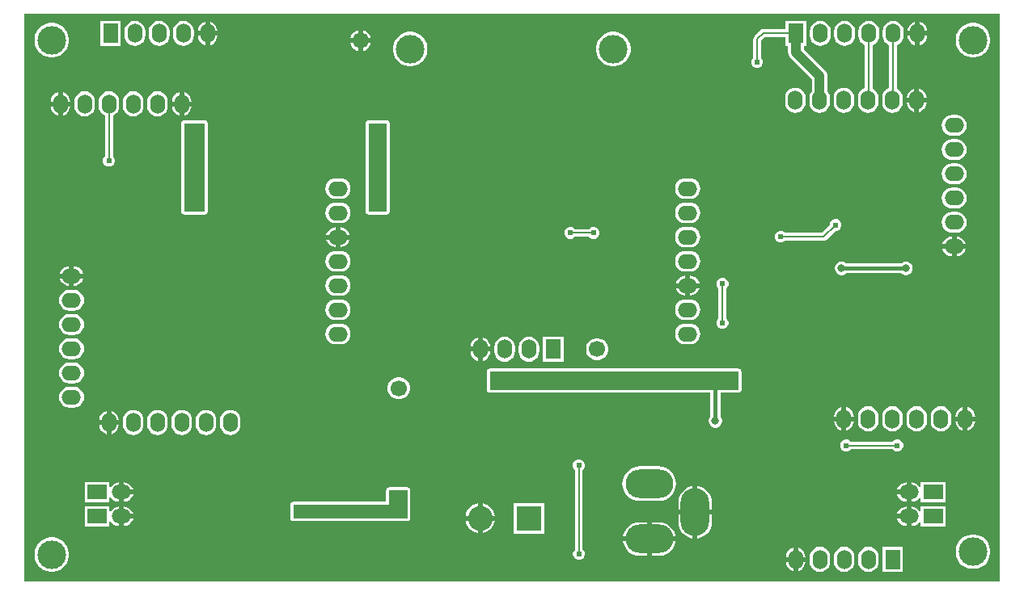
<source format=gbl>
G04*
G04 #@! TF.GenerationSoftware,Altium Limited,Altium Designer,23.4.1 (23)*
G04*
G04 Layer_Physical_Order=2*
G04 Layer_Color=16711680*
%FSLAX44Y44*%
%MOMM*%
G71*
G04*
G04 #@! TF.SameCoordinates,827902E4-1926-4F04-AA28-A78990439785*
G04*
G04*
G04 #@! TF.FilePolarity,Positive*
G04*
G01*
G75*
%ADD13C,0.2032*%
%ADD35R,1.5000X4.0000*%
%ADD85C,0.4064*%
%ADD87O,1.5400X2.0000*%
%ADD88R,1.5400X2.0000*%
%ADD89O,5.0000X3.0000*%
%ADD90O,3.0000X5.0000*%
%ADD91R,2.0000X1.5240*%
%ADD92O,2.0000X1.5240*%
%ADD93O,2.0000X1.5400*%
%ADD94O,1.5400X2.0000*%
%ADD95C,1.7000*%
%ADD96C,3.0000*%
%ADD97C,2.6000*%
%ADD98R,2.6000X2.6000*%
%ADD99C,0.6096*%
%ADD100C,0.8000*%
%ADD101C,1.0160*%
G36*
X367030Y-102870D02*
X-654050D01*
Y492760D01*
X367030Y492760D01*
Y-102870D01*
D02*
G37*
%LPC*%
G36*
X-459694Y484303D02*
Y474549D01*
X-451938D01*
X-452258Y476982D01*
X-453290Y479473D01*
X-454931Y481612D01*
X-457070Y483254D01*
X-459561Y484285D01*
X-459694Y484303D01*
D02*
G37*
G36*
X-464774D02*
X-464907Y484285D01*
X-467398Y483254D01*
X-469538Y481612D01*
X-471179Y479473D01*
X-472211Y476982D01*
X-472531Y474549D01*
X-464774D01*
Y484303D01*
D02*
G37*
G36*
X283210Y484303D02*
Y474549D01*
X290967D01*
X290646Y476982D01*
X289615Y479473D01*
X287973Y481612D01*
X285834Y483254D01*
X283343Y484285D01*
X283210Y484303D01*
D02*
G37*
G36*
X278130Y484303D02*
X277997Y484285D01*
X275506Y483254D01*
X273367Y481612D01*
X271725Y479473D01*
X270694Y476982D01*
X270373Y474549D01*
X278130D01*
Y484303D01*
D02*
G37*
G36*
X-299674Y475138D02*
Y466929D01*
X-291465D01*
X-291927Y468650D01*
X-293380Y471168D01*
X-295436Y473223D01*
X-297953Y474677D01*
X-299674Y475138D01*
D02*
G37*
G36*
X-304754Y475138D02*
X-306476Y474677D01*
X-308993Y473223D01*
X-311049Y471168D01*
X-312502Y468650D01*
X-312963Y466929D01*
X-304754D01*
Y475138D01*
D02*
G37*
G36*
X278130Y469469D02*
X270373D01*
X270694Y467036D01*
X271725Y464545D01*
X273367Y462406D01*
X275506Y460764D01*
X277997Y459733D01*
X278130Y459715D01*
Y469469D01*
D02*
G37*
G36*
X290967D02*
X283210D01*
Y459715D01*
X283343Y459733D01*
X285834Y460764D01*
X287973Y462406D01*
X289615Y464545D01*
X290646Y467036D01*
X290967Y469469D01*
D02*
G37*
G36*
X-451937Y469469D02*
X-459694D01*
Y459715D01*
X-459561Y459733D01*
X-457070Y460764D01*
X-454931Y462406D01*
X-453290Y464545D01*
X-452258Y467036D01*
X-451937Y469469D01*
D02*
G37*
G36*
X-464774D02*
X-472531D01*
X-472211Y467036D01*
X-471179Y464545D01*
X-469538Y462406D01*
X-467398Y460764D01*
X-464907Y459733D01*
X-464774Y459715D01*
Y469469D01*
D02*
G37*
G36*
X-553086Y485057D02*
X-574582D01*
Y458961D01*
X-553086D01*
Y485057D01*
D02*
G37*
G36*
X204470Y485150D02*
X201664Y484780D01*
X199050Y483697D01*
X196805Y481974D01*
X195082Y479729D01*
X193999Y477115D01*
X193629Y474309D01*
Y469709D01*
X193999Y466903D01*
X195082Y464289D01*
X196805Y462043D01*
X199050Y460321D01*
X201664Y459238D01*
X204470Y458868D01*
X207276Y459238D01*
X209890Y460321D01*
X212136Y462043D01*
X213858Y464289D01*
X214941Y466903D01*
X215311Y469709D01*
Y474309D01*
X214941Y477115D01*
X213858Y479729D01*
X212136Y481974D01*
X209890Y483697D01*
X207276Y484780D01*
X204470Y485150D01*
D02*
G37*
G36*
X179070D02*
X176264Y484780D01*
X173650Y483697D01*
X171404Y481974D01*
X169682Y479729D01*
X168599Y477115D01*
X168229Y474309D01*
Y469709D01*
X168599Y466903D01*
X169682Y464289D01*
X171404Y462043D01*
X173650Y460321D01*
X176264Y459238D01*
X179070Y458868D01*
X181876Y459238D01*
X184490Y460321D01*
X186735Y462043D01*
X188458Y464289D01*
X189541Y466903D01*
X189911Y469709D01*
Y474309D01*
X189541Y477115D01*
X188458Y479729D01*
X186735Y481974D01*
X184490Y483697D01*
X181876Y484780D01*
X179070Y485150D01*
D02*
G37*
G36*
X-487634Y485150D02*
X-490440Y484780D01*
X-493055Y483697D01*
X-495300Y481974D01*
X-497023Y479729D01*
X-498106Y477115D01*
X-498475Y474309D01*
Y469709D01*
X-498106Y466903D01*
X-497023Y464289D01*
X-495300Y462043D01*
X-493055Y460321D01*
X-490440Y459238D01*
X-487634Y458868D01*
X-484828Y459238D01*
X-482214Y460321D01*
X-479969Y462043D01*
X-478246Y464289D01*
X-477163Y466903D01*
X-476794Y469709D01*
Y474309D01*
X-477163Y477115D01*
X-478246Y479729D01*
X-479969Y481974D01*
X-482214Y483697D01*
X-484828Y484780D01*
X-487634Y485150D01*
D02*
G37*
G36*
X-513034D02*
X-515840Y484780D01*
X-518455Y483697D01*
X-520700Y481974D01*
X-522423Y479729D01*
X-523506Y477115D01*
X-523875Y474309D01*
Y469709D01*
X-523506Y466903D01*
X-522423Y464289D01*
X-520700Y462043D01*
X-518455Y460321D01*
X-515840Y459238D01*
X-513034Y458868D01*
X-510229Y459238D01*
X-507614Y460321D01*
X-505369Y462043D01*
X-503646Y464289D01*
X-502563Y466903D01*
X-502194Y469709D01*
Y474309D01*
X-502563Y477115D01*
X-503646Y479729D01*
X-505369Y481974D01*
X-507614Y483697D01*
X-510229Y484780D01*
X-513034Y485150D01*
D02*
G37*
G36*
X-538434D02*
X-541240Y484780D01*
X-543855Y483697D01*
X-546100Y481974D01*
X-547823Y479729D01*
X-548906Y477115D01*
X-549275Y474309D01*
Y469709D01*
X-548906Y466903D01*
X-547823Y464289D01*
X-546100Y462043D01*
X-543855Y460321D01*
X-541240Y459238D01*
X-538434Y458868D01*
X-535629Y459238D01*
X-533014Y460321D01*
X-530769Y462043D01*
X-529046Y464289D01*
X-527963Y466903D01*
X-527594Y469709D01*
Y474309D01*
X-527963Y477115D01*
X-529046Y479729D01*
X-530769Y481974D01*
X-533014Y483697D01*
X-535629Y484780D01*
X-538434Y485150D01*
D02*
G37*
G36*
X-291465Y461849D02*
X-299674D01*
Y453640D01*
X-297953Y454101D01*
X-295436Y455555D01*
X-293380Y457610D01*
X-291927Y460128D01*
X-291465Y461849D01*
D02*
G37*
G36*
X-304754D02*
X-312963D01*
X-312502Y460128D01*
X-311049Y457610D01*
X-308993Y455555D01*
X-306476Y454101D01*
X-304754Y453640D01*
Y461849D01*
D02*
G37*
G36*
X340691Y483065D02*
X337136D01*
X333649Y482372D01*
X330365Y481011D01*
X327409Y479036D01*
X324895Y476522D01*
X322920Y473566D01*
X321559Y470282D01*
X320866Y466795D01*
Y463240D01*
X321559Y459753D01*
X322920Y456468D01*
X324895Y453512D01*
X327409Y450998D01*
X330365Y449023D01*
X333649Y447663D01*
X337136Y446969D01*
X340691D01*
X344178Y447663D01*
X347463Y449023D01*
X350419Y450998D01*
X352933Y453512D01*
X354908Y456468D01*
X356268Y459753D01*
X356962Y463240D01*
Y466795D01*
X356268Y470282D01*
X354908Y473566D01*
X352933Y476522D01*
X350419Y479036D01*
X347463Y481011D01*
X344178Y482372D01*
X340691Y483065D01*
D02*
G37*
G36*
X-623679Y483065D02*
X-627234D01*
X-630721Y482371D01*
X-634005Y481011D01*
X-636961Y479036D01*
X-639475Y476522D01*
X-641450Y473566D01*
X-642811Y470281D01*
X-643504Y466795D01*
Y463239D01*
X-642811Y459753D01*
X-641450Y456468D01*
X-639475Y453512D01*
X-636961Y450998D01*
X-634005Y449023D01*
X-630721Y447663D01*
X-627234Y446969D01*
X-623679D01*
X-620192Y447663D01*
X-616907Y449023D01*
X-613951Y450998D01*
X-611437Y453512D01*
X-609462Y456468D01*
X-608102Y459753D01*
X-607408Y463239D01*
Y466795D01*
X-608102Y470281D01*
X-609462Y473566D01*
X-611437Y476522D01*
X-613951Y479036D01*
X-616907Y481011D01*
X-620192Y482371D01*
X-623679Y483065D01*
D02*
G37*
G36*
X-35831Y473768D02*
X-39386D01*
X-42873Y473074D01*
X-46158Y471714D01*
X-49114Y469739D01*
X-51627Y467225D01*
X-53603Y464269D01*
X-54963Y460984D01*
X-55657Y457497D01*
Y453942D01*
X-54963Y450455D01*
X-53603Y447171D01*
X-51627Y444215D01*
X-49114Y441701D01*
X-46158Y439726D01*
X-42873Y438365D01*
X-39386Y437672D01*
X-35831D01*
X-32344Y438365D01*
X-29060Y439726D01*
X-26104Y441701D01*
X-23590Y444215D01*
X-21615Y447171D01*
X-20254Y450455D01*
X-19561Y453942D01*
Y457497D01*
X-20254Y460984D01*
X-21615Y464269D01*
X-23590Y467225D01*
X-26104Y469739D01*
X-29060Y471714D01*
X-32344Y473074D01*
X-35831Y473768D01*
D02*
G37*
G36*
X-248431D02*
X-251986D01*
X-255473Y473074D01*
X-258758Y471714D01*
X-261714Y469739D01*
X-264228Y467225D01*
X-266203Y464269D01*
X-267563Y460984D01*
X-268257Y457497D01*
Y453942D01*
X-267563Y450455D01*
X-266203Y447171D01*
X-264228Y444215D01*
X-261714Y441701D01*
X-258758Y439726D01*
X-255473Y438365D01*
X-251986Y437672D01*
X-248431D01*
X-244944Y438365D01*
X-241660Y439726D01*
X-238704Y441701D01*
X-236190Y444215D01*
X-234215Y447171D01*
X-232854Y450455D01*
X-232161Y453942D01*
Y457497D01*
X-232854Y460984D01*
X-234215Y464269D01*
X-236190Y467225D01*
X-238704Y469739D01*
X-241660Y471714D01*
X-244944Y473074D01*
X-248431Y473768D01*
D02*
G37*
G36*
X282560Y414341D02*
Y404587D01*
X290317D01*
X289996Y407020D01*
X288964Y409511D01*
X287323Y411650D01*
X285184Y413292D01*
X282693Y414323D01*
X282560Y414341D01*
D02*
G37*
G36*
X277480D02*
X277346Y414323D01*
X274855Y413292D01*
X272717Y411650D01*
X271075Y409511D01*
X270043Y407020D01*
X269723Y404587D01*
X277480D01*
Y414341D01*
D02*
G37*
G36*
X-486806Y410531D02*
Y400777D01*
X-479049D01*
X-479370Y403210D01*
X-480402Y405701D01*
X-482043Y407840D01*
X-484182Y409482D01*
X-486673Y410513D01*
X-486806Y410531D01*
D02*
G37*
G36*
X-613806D02*
Y400777D01*
X-606049D01*
X-606370Y403210D01*
X-607402Y405701D01*
X-609043Y407840D01*
X-611182Y409482D01*
X-613673Y410513D01*
X-613806Y410531D01*
D02*
G37*
G36*
X-491886Y410531D02*
X-492020Y410513D01*
X-494510Y409482D01*
X-496650Y407840D01*
X-498291Y405701D01*
X-499323Y403210D01*
X-499643Y400777D01*
X-491886D01*
Y410531D01*
D02*
G37*
G36*
X-618886D02*
X-619020Y410513D01*
X-621511Y409482D01*
X-623649Y407840D01*
X-625291Y405701D01*
X-626323Y403210D01*
X-626643Y400777D01*
X-618886D01*
Y410531D01*
D02*
G37*
G36*
X290317Y399507D02*
X282560D01*
Y389753D01*
X282693Y389771D01*
X285184Y390802D01*
X287323Y392444D01*
X288964Y394583D01*
X289996Y397074D01*
X290317Y399507D01*
D02*
G37*
G36*
X277480D02*
X269723D01*
X270043Y397074D01*
X271075Y394583D01*
X272717Y392444D01*
X274855Y390802D01*
X277346Y389771D01*
X277480Y389753D01*
Y399507D01*
D02*
G37*
G36*
X255270Y485150D02*
X252464Y484780D01*
X249850Y483697D01*
X247605Y481974D01*
X245882Y479729D01*
X244799Y477115D01*
X244429Y474309D01*
Y469709D01*
X244799Y466903D01*
X245882Y464289D01*
X247605Y462043D01*
X249850Y460321D01*
X250801Y459926D01*
Y414399D01*
X249199Y413735D01*
X246954Y412012D01*
X245231Y409767D01*
X244148Y407153D01*
X243779Y404347D01*
Y399747D01*
X244148Y396941D01*
X245231Y394327D01*
X246954Y392081D01*
X249199Y390359D01*
X251814Y389276D01*
X254620Y388906D01*
X257425Y389276D01*
X260040Y390359D01*
X262285Y392081D01*
X264008Y394327D01*
X265091Y396941D01*
X265460Y399747D01*
Y404347D01*
X265091Y407153D01*
X264008Y409767D01*
X262285Y412012D01*
X260040Y413735D01*
X259088Y414129D01*
Y459657D01*
X260690Y460321D01*
X262936Y462043D01*
X264658Y464289D01*
X265741Y466903D01*
X266111Y469709D01*
Y474309D01*
X265741Y477115D01*
X264658Y479729D01*
X262936Y481974D01*
X260690Y483697D01*
X258076Y484780D01*
X255270Y485150D01*
D02*
G37*
G36*
X229870D02*
X227064Y484780D01*
X224450Y483697D01*
X222204Y481974D01*
X220482Y479729D01*
X219399Y477115D01*
X219029Y474309D01*
Y469709D01*
X219399Y466903D01*
X220482Y464289D01*
X222204Y462043D01*
X224450Y460321D01*
X225401Y459926D01*
Y414399D01*
X223799Y413735D01*
X221554Y412012D01*
X219831Y409767D01*
X218748Y407153D01*
X218379Y404347D01*
Y399747D01*
X218748Y396941D01*
X219831Y394327D01*
X221554Y392081D01*
X223799Y390359D01*
X226414Y389276D01*
X229220Y388906D01*
X232026Y389276D01*
X234640Y390359D01*
X236885Y392081D01*
X238608Y394327D01*
X239691Y396941D01*
X240060Y399747D01*
Y404347D01*
X239691Y407153D01*
X238608Y409767D01*
X236885Y412012D01*
X234640Y413735D01*
X233689Y414129D01*
Y459657D01*
X235290Y460321D01*
X237535Y462043D01*
X239258Y464289D01*
X240341Y466903D01*
X240711Y469709D01*
Y474309D01*
X240341Y477115D01*
X239258Y479729D01*
X237535Y481974D01*
X235290Y483697D01*
X232676Y484780D01*
X229870Y485150D01*
D02*
G37*
G36*
X203820Y415188D02*
X201014Y414818D01*
X198399Y413735D01*
X196154Y412012D01*
X194431Y409767D01*
X193348Y407153D01*
X192979Y404347D01*
Y399747D01*
X193348Y396941D01*
X194431Y394327D01*
X196154Y392081D01*
X198399Y390359D01*
X201014Y389276D01*
X203820Y388906D01*
X206625Y389276D01*
X209240Y390359D01*
X211485Y392081D01*
X213208Y394327D01*
X214291Y396941D01*
X214660Y399747D01*
Y404347D01*
X214291Y407153D01*
X213208Y409767D01*
X211485Y412012D01*
X209240Y413735D01*
X206625Y414818D01*
X203820Y415188D01*
D02*
G37*
G36*
X164418Y485057D02*
X142922D01*
Y476584D01*
X119380D01*
X117794Y476268D01*
X116450Y475370D01*
X110100Y469020D01*
X109202Y467676D01*
X108886Y466090D01*
Y446437D01*
X107862Y445413D01*
X106934Y443173D01*
Y440747D01*
X107862Y438507D01*
X109577Y436792D01*
X111817Y435864D01*
X114243D01*
X116483Y436792D01*
X118198Y438507D01*
X119126Y440747D01*
Y443173D01*
X118198Y445413D01*
X117174Y446437D01*
Y464374D01*
X121096Y468296D01*
X142922D01*
Y458961D01*
X145472D01*
Y452120D01*
X145751Y449998D01*
X146570Y448021D01*
X147873Y446323D01*
X170222Y423974D01*
Y411318D01*
X169031Y409767D01*
X167948Y407153D01*
X167579Y404347D01*
Y399747D01*
X167948Y396941D01*
X169031Y394327D01*
X170754Y392081D01*
X172999Y390359D01*
X175614Y389276D01*
X178420Y388906D01*
X181225Y389276D01*
X183840Y390359D01*
X186085Y392081D01*
X187808Y394327D01*
X188891Y396941D01*
X189260Y399747D01*
Y404347D01*
X188891Y407153D01*
X187808Y409767D01*
X186618Y411318D01*
Y427370D01*
X186339Y429492D01*
X185520Y431469D01*
X184217Y433167D01*
X161868Y455516D01*
Y458961D01*
X164418D01*
Y485057D01*
D02*
G37*
G36*
X153020Y415188D02*
X150214Y414818D01*
X147599Y413735D01*
X145354Y412012D01*
X143631Y409767D01*
X142548Y407153D01*
X142179Y404347D01*
Y399747D01*
X142548Y396941D01*
X143631Y394327D01*
X145354Y392081D01*
X147599Y390359D01*
X150214Y389276D01*
X153020Y388906D01*
X155826Y389276D01*
X158440Y390359D01*
X160685Y392081D01*
X162408Y394327D01*
X163491Y396941D01*
X163860Y399747D01*
Y404347D01*
X163491Y407153D01*
X162408Y409767D01*
X160685Y412012D01*
X158440Y413735D01*
X155826Y414818D01*
X153020Y415188D01*
D02*
G37*
G36*
X-479049Y395697D02*
X-486806D01*
Y385943D01*
X-486673Y385961D01*
X-484182Y386992D01*
X-482043Y388634D01*
X-480402Y390773D01*
X-479370Y393264D01*
X-479049Y395697D01*
D02*
G37*
G36*
X-606049D02*
X-613806D01*
Y385943D01*
X-613673Y385961D01*
X-611182Y386992D01*
X-609043Y388634D01*
X-607402Y390773D01*
X-606370Y393264D01*
X-606049Y395697D01*
D02*
G37*
G36*
X-491886D02*
X-499643D01*
X-499323Y393264D01*
X-498291Y390773D01*
X-496650Y388634D01*
X-494510Y386992D01*
X-492020Y385961D01*
X-491886Y385943D01*
Y395697D01*
D02*
G37*
G36*
X-618886D02*
X-626643D01*
X-626323Y393264D01*
X-625291Y390773D01*
X-623649Y388634D01*
X-621511Y386992D01*
X-619020Y385961D01*
X-618886Y385943D01*
Y395697D01*
D02*
G37*
G36*
X-514746Y411378D02*
X-517552Y411008D01*
X-520167Y409925D01*
X-522412Y408203D01*
X-524135Y405957D01*
X-525218Y403343D01*
X-525587Y400537D01*
Y395937D01*
X-525218Y393131D01*
X-524135Y390517D01*
X-522412Y388271D01*
X-520167Y386549D01*
X-517552Y385466D01*
X-514746Y385096D01*
X-511940Y385466D01*
X-509326Y386549D01*
X-507081Y388271D01*
X-505358Y390517D01*
X-504275Y393131D01*
X-503906Y395937D01*
Y400537D01*
X-504275Y403343D01*
X-505358Y405957D01*
X-507081Y408203D01*
X-509326Y409925D01*
X-511940Y411008D01*
X-514746Y411378D01*
D02*
G37*
G36*
X-540146D02*
X-542952Y411008D01*
X-545567Y409925D01*
X-547812Y408203D01*
X-549535Y405957D01*
X-550618Y403343D01*
X-550987Y400537D01*
Y395937D01*
X-550618Y393131D01*
X-549535Y390517D01*
X-547812Y388271D01*
X-545567Y386549D01*
X-542952Y385466D01*
X-540146Y385096D01*
X-537341Y385466D01*
X-534726Y386549D01*
X-532481Y388271D01*
X-530758Y390517D01*
X-529675Y393131D01*
X-529306Y395937D01*
Y400537D01*
X-529675Y403343D01*
X-530758Y405957D01*
X-532481Y408203D01*
X-534726Y409925D01*
X-537341Y411008D01*
X-540146Y411378D01*
D02*
G37*
G36*
X-590946D02*
X-593752Y411008D01*
X-596367Y409925D01*
X-598612Y408203D01*
X-600335Y405957D01*
X-601418Y403343D01*
X-601787Y400537D01*
Y395937D01*
X-601418Y393131D01*
X-600335Y390517D01*
X-598612Y388271D01*
X-596367Y386549D01*
X-593752Y385466D01*
X-590946Y385096D01*
X-588140Y385466D01*
X-585526Y386549D01*
X-583281Y388271D01*
X-581558Y390517D01*
X-580475Y393131D01*
X-580106Y395937D01*
Y400537D01*
X-580475Y403343D01*
X-581558Y405957D01*
X-583281Y408203D01*
X-585526Y409925D01*
X-588140Y411008D01*
X-590946Y411378D01*
D02*
G37*
G36*
X321436Y386472D02*
X316836D01*
X314030Y386102D01*
X311415Y385019D01*
X309170Y383297D01*
X307447Y381051D01*
X306364Y378437D01*
X305995Y375631D01*
X306364Y372825D01*
X307447Y370211D01*
X309170Y367965D01*
X311415Y366243D01*
X314030Y365160D01*
X316836Y364790D01*
X321436D01*
X324241Y365160D01*
X326856Y366243D01*
X329101Y367965D01*
X330824Y370211D01*
X331907Y372825D01*
X332276Y375631D01*
X331907Y378437D01*
X330824Y381051D01*
X329101Y383297D01*
X326856Y385019D01*
X324241Y386102D01*
X321436Y386472D01*
D02*
G37*
G36*
Y361072D02*
X316836D01*
X314030Y360702D01*
X311415Y359619D01*
X309170Y357896D01*
X307447Y355651D01*
X306364Y353037D01*
X305995Y350231D01*
X306364Y347425D01*
X307447Y344811D01*
X309170Y342565D01*
X311415Y340843D01*
X314030Y339760D01*
X316836Y339390D01*
X321436D01*
X324241Y339760D01*
X326856Y340843D01*
X329101Y342565D01*
X330824Y344811D01*
X331907Y347425D01*
X332276Y350231D01*
X331907Y353037D01*
X330824Y355651D01*
X329101Y357896D01*
X326856Y359619D01*
X324241Y360702D01*
X321436Y361072D01*
D02*
G37*
G36*
X-565546Y411378D02*
X-568352Y411008D01*
X-570967Y409925D01*
X-573212Y408203D01*
X-574935Y405957D01*
X-576018Y403343D01*
X-576387Y400537D01*
Y395937D01*
X-576018Y393131D01*
X-574935Y390517D01*
X-573212Y388271D01*
X-570967Y386549D01*
X-569745Y386043D01*
Y343079D01*
X-570824Y342000D01*
X-571752Y339759D01*
Y337334D01*
X-570824Y335094D01*
X-569109Y333379D01*
X-566869Y332451D01*
X-564444D01*
X-562203Y333379D01*
X-560488Y335094D01*
X-559560Y337334D01*
Y339759D01*
X-560488Y342000D01*
X-561458Y342969D01*
Y385997D01*
X-560126Y386549D01*
X-557881Y388271D01*
X-556158Y390517D01*
X-555075Y393131D01*
X-554706Y395937D01*
Y400537D01*
X-555075Y403343D01*
X-556158Y405957D01*
X-557881Y408203D01*
X-560126Y409925D01*
X-562741Y411008D01*
X-565546Y411378D01*
D02*
G37*
G36*
X321436Y335672D02*
X316836D01*
X314030Y335302D01*
X311415Y334219D01*
X309170Y332496D01*
X307447Y330251D01*
X306364Y327637D01*
X305995Y324831D01*
X306364Y322025D01*
X307447Y319411D01*
X309170Y317165D01*
X311415Y315443D01*
X314030Y314360D01*
X316836Y313990D01*
X321436D01*
X324241Y314360D01*
X326856Y315443D01*
X329101Y317165D01*
X330824Y319411D01*
X331907Y322025D01*
X332276Y324831D01*
X331907Y327637D01*
X330824Y330251D01*
X329101Y332496D01*
X326856Y334219D01*
X324241Y335302D01*
X321436Y335672D01*
D02*
G37*
G36*
X42544Y320178D02*
X37944D01*
X35138Y319808D01*
X32523Y318725D01*
X30278Y317003D01*
X28555Y314757D01*
X27472Y312143D01*
X27103Y309337D01*
X27472Y306531D01*
X28555Y303917D01*
X30278Y301671D01*
X32523Y299949D01*
X35138Y298866D01*
X37944Y298496D01*
X42544D01*
X45349Y298866D01*
X47964Y299949D01*
X50209Y301671D01*
X51932Y303917D01*
X53015Y306531D01*
X53384Y309337D01*
X53015Y312143D01*
X51932Y314757D01*
X50209Y317003D01*
X47964Y318725D01*
X45349Y319808D01*
X42544Y320178D01*
D02*
G37*
G36*
X-323470D02*
X-328070D01*
X-330876Y319808D01*
X-333491Y318725D01*
X-335736Y317003D01*
X-337459Y314757D01*
X-338542Y312143D01*
X-338911Y309337D01*
X-338542Y306531D01*
X-337459Y303917D01*
X-335736Y301671D01*
X-333491Y299949D01*
X-330876Y298866D01*
X-328070Y298496D01*
X-323470D01*
X-320664Y298866D01*
X-318050Y299949D01*
X-315805Y301671D01*
X-314082Y303917D01*
X-312999Y306531D01*
X-312630Y309337D01*
X-312999Y312143D01*
X-314082Y314757D01*
X-315805Y317003D01*
X-318050Y318725D01*
X-320664Y319808D01*
X-323470Y320178D01*
D02*
G37*
G36*
X321436Y310272D02*
X316836D01*
X314030Y309902D01*
X311415Y308819D01*
X309170Y307097D01*
X307447Y304851D01*
X306364Y302237D01*
X305995Y299431D01*
X306364Y296625D01*
X307447Y294011D01*
X309170Y291765D01*
X311415Y290043D01*
X314030Y288960D01*
X316836Y288590D01*
X321436D01*
X324241Y288960D01*
X326856Y290043D01*
X329101Y291765D01*
X330824Y294011D01*
X331907Y296625D01*
X332276Y299431D01*
X331907Y302237D01*
X330824Y304851D01*
X329101Y307097D01*
X326856Y308819D01*
X324241Y309902D01*
X321436Y310272D01*
D02*
G37*
G36*
X-274826Y381025D02*
X-293876D01*
X-295066Y380788D01*
X-296074Y380114D01*
X-296747Y379106D01*
X-296984Y377917D01*
Y285207D01*
X-296747Y284018D01*
X-296074Y283009D01*
X-295066Y282336D01*
X-293876Y282099D01*
X-274826D01*
X-273637Y282336D01*
X-272629Y283009D01*
X-271955Y284018D01*
X-271719Y285207D01*
Y377917D01*
X-271955Y379106D01*
X-272629Y380114D01*
X-273637Y380788D01*
X-274826Y381025D01*
D02*
G37*
G36*
X-465326D02*
X-486916D01*
X-488106Y380788D01*
X-489114Y380114D01*
X-489787Y379106D01*
X-490024Y377917D01*
Y285207D01*
X-489787Y284018D01*
X-489114Y283009D01*
X-488106Y282336D01*
X-486916Y282099D01*
X-465326D01*
X-464137Y282336D01*
X-463129Y283009D01*
X-462455Y284018D01*
X-462219Y285207D01*
Y377917D01*
X-462455Y379106D01*
X-463129Y380114D01*
X-464137Y380788D01*
X-465326Y381025D01*
D02*
G37*
G36*
X42544Y294778D02*
X37944D01*
X35138Y294408D01*
X32523Y293325D01*
X30278Y291602D01*
X28555Y289357D01*
X27472Y286743D01*
X27103Y283937D01*
X27472Y281131D01*
X28555Y278517D01*
X30278Y276271D01*
X32523Y274549D01*
X35138Y273466D01*
X37944Y273096D01*
X42544D01*
X45349Y273466D01*
X47964Y274549D01*
X50209Y276271D01*
X51932Y278517D01*
X53015Y281131D01*
X53384Y283937D01*
X53015Y286743D01*
X51932Y289357D01*
X50209Y291602D01*
X47964Y293325D01*
X45349Y294408D01*
X42544Y294778D01*
D02*
G37*
G36*
X-323470D02*
X-328070D01*
X-330876Y294408D01*
X-333491Y293325D01*
X-335736Y291602D01*
X-337459Y289357D01*
X-338542Y286743D01*
X-338911Y283937D01*
X-338542Y281131D01*
X-337459Y278517D01*
X-335736Y276271D01*
X-333491Y274549D01*
X-330876Y273466D01*
X-328070Y273096D01*
X-323470D01*
X-320664Y273466D01*
X-318050Y274549D01*
X-315805Y276271D01*
X-314082Y278517D01*
X-312999Y281131D01*
X-312630Y283937D01*
X-312999Y286743D01*
X-314082Y289357D01*
X-315805Y291602D01*
X-318050Y293325D01*
X-320664Y294408D01*
X-323470Y294778D01*
D02*
G37*
G36*
X-57207Y268986D02*
X-59633D01*
X-61873Y268058D01*
X-62897Y267034D01*
X-78073D01*
X-79097Y268058D01*
X-81337Y268986D01*
X-83763D01*
X-86003Y268058D01*
X-87718Y266343D01*
X-88646Y264103D01*
Y261677D01*
X-87718Y259437D01*
X-86003Y257722D01*
X-83763Y256794D01*
X-81337D01*
X-79097Y257722D01*
X-78073Y258746D01*
X-62897D01*
X-61873Y257722D01*
X-59633Y256794D01*
X-57207D01*
X-54967Y257722D01*
X-53252Y259437D01*
X-52324Y261677D01*
Y264103D01*
X-53252Y266343D01*
X-54967Y268058D01*
X-57207Y268986D01*
D02*
G37*
G36*
X321436Y284872D02*
X316836D01*
X314030Y284502D01*
X311415Y283419D01*
X309170Y281696D01*
X307447Y279451D01*
X306364Y276837D01*
X305995Y274031D01*
X306364Y271225D01*
X307447Y268611D01*
X309170Y266365D01*
X311415Y264643D01*
X314030Y263560D01*
X316836Y263190D01*
X321436D01*
X324241Y263560D01*
X326856Y264643D01*
X329101Y266365D01*
X330824Y268611D01*
X331907Y271225D01*
X332276Y274031D01*
X331907Y276837D01*
X330824Y279451D01*
X329101Y281696D01*
X326856Y283419D01*
X324241Y284502D01*
X321436Y284872D01*
D02*
G37*
G36*
X196396Y277333D02*
X193971D01*
X191731Y276405D01*
X190016Y274690D01*
X189088Y272449D01*
Y271001D01*
X181028Y262941D01*
X142251D01*
X141227Y263965D01*
X138986Y264893D01*
X136561D01*
X134321Y263965D01*
X132606Y262250D01*
X131678Y260010D01*
Y257585D01*
X132606Y255344D01*
X134321Y253629D01*
X136561Y252701D01*
X138986D01*
X141227Y253629D01*
X142251Y254653D01*
X182744D01*
X184330Y254969D01*
X185674Y255867D01*
X194948Y265141D01*
X196396D01*
X198637Y266069D01*
X200352Y267784D01*
X201280Y270024D01*
Y272449D01*
X200352Y274690D01*
X198637Y276405D01*
X196396Y277333D01*
D02*
G37*
G36*
X-323230Y268834D02*
Y261077D01*
X-313476D01*
X-313494Y261210D01*
X-314526Y263701D01*
X-316167Y265840D01*
X-318306Y267481D01*
X-320797Y268513D01*
X-323230Y268834D01*
D02*
G37*
G36*
X-328310D02*
X-330743Y268513D01*
X-333234Y267481D01*
X-335373Y265840D01*
X-337015Y263701D01*
X-338047Y261210D01*
X-338064Y261077D01*
X-328310D01*
Y268834D01*
D02*
G37*
G36*
X321676Y258928D02*
Y251171D01*
X331430D01*
X331412Y251304D01*
X330380Y253795D01*
X328739Y255934D01*
X326600Y257575D01*
X324109Y258607D01*
X321676Y258928D01*
D02*
G37*
G36*
X316596D02*
X314163Y258607D01*
X311672Y257575D01*
X309533Y255934D01*
X307891Y253795D01*
X306859Y251304D01*
X306842Y251171D01*
X316596D01*
Y258928D01*
D02*
G37*
G36*
X-313476Y255997D02*
X-323230D01*
Y248240D01*
X-320797Y248561D01*
X-318306Y249592D01*
X-316167Y251234D01*
X-314526Y253373D01*
X-313494Y255864D01*
X-313476Y255997D01*
D02*
G37*
G36*
X-328310D02*
X-338064D01*
X-338047Y255864D01*
X-337015Y253373D01*
X-335373Y251234D01*
X-333234Y249592D01*
X-330743Y248561D01*
X-328310Y248240D01*
Y255997D01*
D02*
G37*
G36*
X42544Y269378D02*
X37944D01*
X35138Y269008D01*
X32523Y267925D01*
X30278Y266203D01*
X28555Y263957D01*
X27472Y261343D01*
X27103Y258537D01*
X27472Y255731D01*
X28555Y253117D01*
X30278Y250871D01*
X32523Y249149D01*
X35138Y248066D01*
X37944Y247696D01*
X42544D01*
X45349Y248066D01*
X47964Y249149D01*
X50209Y250871D01*
X51932Y253117D01*
X53015Y255731D01*
X53384Y258537D01*
X53015Y261343D01*
X51932Y263957D01*
X50209Y266203D01*
X47964Y267925D01*
X45349Y269008D01*
X42544Y269378D01*
D02*
G37*
G36*
X331430Y246091D02*
X321676D01*
Y238334D01*
X324109Y238654D01*
X326600Y239686D01*
X328739Y241328D01*
X330380Y243467D01*
X331412Y245958D01*
X331430Y246091D01*
D02*
G37*
G36*
X316596D02*
X306842D01*
X306859Y245958D01*
X307891Y243467D01*
X309533Y241328D01*
X311672Y239686D01*
X314163Y238654D01*
X316596Y238334D01*
Y246091D01*
D02*
G37*
G36*
X269512Y232825D02*
X267656D01*
X265863Y232345D01*
X264256Y231417D01*
X263796Y230957D01*
X206062D01*
X205601Y231417D01*
X203994Y232345D01*
X202202Y232825D01*
X200346D01*
X198553Y232345D01*
X196946Y231417D01*
X195634Y230105D01*
X194706Y228498D01*
X194226Y226705D01*
Y224849D01*
X194706Y223057D01*
X195634Y221450D01*
X196946Y220137D01*
X198553Y219209D01*
X200346Y218729D01*
X202202D01*
X203994Y219209D01*
X205601Y220137D01*
X206062Y220598D01*
X263796D01*
X264256Y220137D01*
X265863Y219209D01*
X267656Y218729D01*
X269512D01*
X271304Y219209D01*
X272911Y220137D01*
X274223Y221450D01*
X275151Y223057D01*
X275632Y224849D01*
Y226705D01*
X275151Y228498D01*
X274223Y230105D01*
X272911Y231417D01*
X271304Y232345D01*
X269512Y232825D01*
D02*
G37*
G36*
X42544Y243978D02*
X37944D01*
X35138Y243608D01*
X32523Y242525D01*
X30278Y240802D01*
X28555Y238557D01*
X27472Y235943D01*
X27103Y233137D01*
X27472Y230331D01*
X28555Y227717D01*
X30278Y225471D01*
X32523Y223749D01*
X35138Y222666D01*
X37944Y222296D01*
X42544D01*
X45349Y222666D01*
X47964Y223749D01*
X50209Y225471D01*
X51932Y227717D01*
X53015Y230331D01*
X53384Y233137D01*
X53015Y235943D01*
X51932Y238557D01*
X50209Y240802D01*
X47964Y242525D01*
X45349Y243608D01*
X42544Y243978D01*
D02*
G37*
G36*
X-323470D02*
X-328070D01*
X-330876Y243608D01*
X-333491Y242525D01*
X-335736Y240802D01*
X-337459Y238557D01*
X-338542Y235943D01*
X-338911Y233137D01*
X-338542Y230331D01*
X-337459Y227717D01*
X-335736Y225471D01*
X-333491Y223749D01*
X-330876Y222666D01*
X-328070Y222296D01*
X-323470D01*
X-320664Y222666D01*
X-318050Y223749D01*
X-315805Y225471D01*
X-314082Y227717D01*
X-312999Y230331D01*
X-312630Y233137D01*
X-312999Y235943D01*
X-314082Y238557D01*
X-315805Y240802D01*
X-318050Y242525D01*
X-320664Y243608D01*
X-323470Y243978D01*
D02*
G37*
G36*
X-602122Y227940D02*
Y220183D01*
X-592368D01*
X-592386Y220316D01*
X-593418Y222807D01*
X-595059Y224946D01*
X-597198Y226588D01*
X-599689Y227619D01*
X-602122Y227940D01*
D02*
G37*
G36*
X-607202D02*
X-609636Y227619D01*
X-612127Y226588D01*
X-614266Y224946D01*
X-615907Y222807D01*
X-616939Y220316D01*
X-616956Y220183D01*
X-607202D01*
Y227940D01*
D02*
G37*
G36*
X42784Y218034D02*
Y210277D01*
X52538D01*
X52520Y210410D01*
X51488Y212901D01*
X49847Y215040D01*
X47708Y216681D01*
X45217Y217713D01*
X42784Y218034D01*
D02*
G37*
G36*
X37704D02*
X35271Y217713D01*
X32780Y216681D01*
X30640Y215040D01*
X28999Y212901D01*
X27967Y210410D01*
X27950Y210277D01*
X37704D01*
Y218034D01*
D02*
G37*
G36*
X-592368Y215103D02*
X-602122D01*
Y207346D01*
X-599689Y207666D01*
X-597198Y208698D01*
X-595059Y210340D01*
X-593418Y212479D01*
X-592386Y214970D01*
X-592368Y215103D01*
D02*
G37*
G36*
X-607202D02*
X-616956D01*
X-616939Y214970D01*
X-615907Y212479D01*
X-614266Y210340D01*
X-612127Y208698D01*
X-609636Y207666D01*
X-607202Y207346D01*
Y215103D01*
D02*
G37*
G36*
X52538Y205197D02*
X42784D01*
Y197440D01*
X45217Y197761D01*
X47708Y198792D01*
X49847Y200434D01*
X51488Y202573D01*
X52520Y205064D01*
X52538Y205197D01*
D02*
G37*
G36*
X37704D02*
X27950D01*
X27967Y205064D01*
X28999Y202573D01*
X30640Y200434D01*
X32780Y198792D01*
X35271Y197761D01*
X37704Y197440D01*
Y205197D01*
D02*
G37*
G36*
X-323470Y218578D02*
X-328070D01*
X-330876Y218208D01*
X-333491Y217125D01*
X-335736Y215403D01*
X-337459Y213157D01*
X-338542Y210543D01*
X-338911Y207737D01*
X-338542Y204931D01*
X-337459Y202317D01*
X-335736Y200071D01*
X-333491Y198349D01*
X-330876Y197266D01*
X-328070Y196896D01*
X-323470D01*
X-320664Y197266D01*
X-318050Y198349D01*
X-315805Y200071D01*
X-314082Y202317D01*
X-312999Y204931D01*
X-312630Y207737D01*
X-312999Y210543D01*
X-314082Y213157D01*
X-315805Y215403D01*
X-318050Y217125D01*
X-320664Y218208D01*
X-323470Y218578D01*
D02*
G37*
G36*
X-602362Y203084D02*
X-606962D01*
X-609768Y202714D01*
X-612383Y201631D01*
X-614628Y199909D01*
X-616351Y197663D01*
X-617434Y195049D01*
X-617803Y192243D01*
X-617434Y189437D01*
X-616351Y186823D01*
X-614628Y184577D01*
X-612383Y182855D01*
X-609768Y181772D01*
X-606962Y181402D01*
X-602362D01*
X-599557Y181772D01*
X-596942Y182855D01*
X-594697Y184577D01*
X-592974Y186823D01*
X-591891Y189437D01*
X-591521Y192243D01*
X-591891Y195049D01*
X-592974Y197663D01*
X-594697Y199909D01*
X-596942Y201631D01*
X-599557Y202714D01*
X-602362Y203084D01*
D02*
G37*
G36*
X42544Y193178D02*
X37944D01*
X35138Y192808D01*
X32523Y191725D01*
X30278Y190002D01*
X28555Y187757D01*
X27472Y185143D01*
X27103Y182337D01*
X27472Y179531D01*
X28555Y176917D01*
X30278Y174671D01*
X32523Y172949D01*
X35138Y171866D01*
X37944Y171496D01*
X42544D01*
X45349Y171866D01*
X47964Y172949D01*
X50209Y174671D01*
X51932Y176917D01*
X53015Y179531D01*
X53384Y182337D01*
X53015Y185143D01*
X51932Y187757D01*
X50209Y190002D01*
X47964Y191725D01*
X45349Y192808D01*
X42544Y193178D01*
D02*
G37*
G36*
X-323470D02*
X-328070D01*
X-330876Y192808D01*
X-333491Y191725D01*
X-335736Y190002D01*
X-337459Y187757D01*
X-338542Y185143D01*
X-338911Y182337D01*
X-338542Y179531D01*
X-337459Y176917D01*
X-335736Y174671D01*
X-333491Y172949D01*
X-330876Y171866D01*
X-328070Y171496D01*
X-323470D01*
X-320664Y171866D01*
X-318050Y172949D01*
X-315805Y174671D01*
X-314082Y176917D01*
X-312999Y179531D01*
X-312630Y182337D01*
X-312999Y185143D01*
X-314082Y187757D01*
X-315805Y190002D01*
X-318050Y191725D01*
X-320664Y192808D01*
X-323470Y193178D01*
D02*
G37*
G36*
X78026Y215617D02*
X75601D01*
X73361Y214689D01*
X71646Y212974D01*
X70718Y210734D01*
Y208309D01*
X71646Y206068D01*
X72670Y205044D01*
Y173105D01*
X71646Y172080D01*
X70718Y169840D01*
Y167415D01*
X71646Y165174D01*
X73361Y163459D01*
X75601Y162531D01*
X78026D01*
X80267Y163459D01*
X81982Y165174D01*
X82910Y167415D01*
Y169840D01*
X81982Y172080D01*
X80957Y173105D01*
Y205044D01*
X81982Y206068D01*
X82910Y208309D01*
Y210734D01*
X81982Y212974D01*
X80267Y214689D01*
X78026Y215617D01*
D02*
G37*
G36*
X-602362Y177684D02*
X-606962D01*
X-609768Y177314D01*
X-612383Y176231D01*
X-614628Y174508D01*
X-616351Y172263D01*
X-617434Y169649D01*
X-617803Y166843D01*
X-617434Y164037D01*
X-616351Y161423D01*
X-614628Y159177D01*
X-612383Y157455D01*
X-609768Y156372D01*
X-606962Y156002D01*
X-602362D01*
X-599557Y156372D01*
X-596942Y157455D01*
X-594697Y159177D01*
X-592974Y161423D01*
X-591891Y164037D01*
X-591521Y166843D01*
X-591891Y169649D01*
X-592974Y172263D01*
X-594697Y174508D01*
X-596942Y176231D01*
X-599557Y177314D01*
X-602362Y177684D01*
D02*
G37*
G36*
X42544Y167778D02*
X37944D01*
X35138Y167408D01*
X32523Y166325D01*
X30278Y164603D01*
X28555Y162357D01*
X27472Y159743D01*
X27103Y156937D01*
X27472Y154131D01*
X28555Y151517D01*
X30278Y149271D01*
X32523Y147549D01*
X35138Y146466D01*
X37944Y146096D01*
X42544D01*
X45349Y146466D01*
X47964Y147549D01*
X50209Y149271D01*
X51932Y151517D01*
X53015Y154131D01*
X53384Y156937D01*
X53015Y159743D01*
X51932Y162357D01*
X50209Y164603D01*
X47964Y166325D01*
X45349Y167408D01*
X42544Y167778D01*
D02*
G37*
G36*
X-323470D02*
X-328070D01*
X-330876Y167408D01*
X-333491Y166325D01*
X-335736Y164603D01*
X-337459Y162357D01*
X-338542Y159743D01*
X-338911Y156937D01*
X-338542Y154131D01*
X-337459Y151517D01*
X-335736Y149271D01*
X-333491Y147549D01*
X-330876Y146466D01*
X-328070Y146096D01*
X-323470D01*
X-320664Y146466D01*
X-318050Y147549D01*
X-315805Y149271D01*
X-314082Y151517D01*
X-312999Y154131D01*
X-312630Y156937D01*
X-312999Y159743D01*
X-314082Y162357D01*
X-315805Y164603D01*
X-318050Y166325D01*
X-320664Y167408D01*
X-323470Y167778D01*
D02*
G37*
G36*
X-174214Y153231D02*
Y143477D01*
X-166458D01*
X-166778Y145910D01*
X-167810Y148401D01*
X-169451Y150540D01*
X-171590Y152182D01*
X-174081Y153213D01*
X-174214Y153231D01*
D02*
G37*
G36*
X-179294D02*
X-179428Y153213D01*
X-181919Y152182D01*
X-184058Y150540D01*
X-185699Y148401D01*
X-186731Y145910D01*
X-187051Y143477D01*
X-179294D01*
Y153231D01*
D02*
G37*
G36*
X-602362Y152284D02*
X-606962D01*
X-609768Y151914D01*
X-612383Y150831D01*
X-614628Y149108D01*
X-616351Y146863D01*
X-617434Y144249D01*
X-617803Y141443D01*
X-617434Y138637D01*
X-616351Y136023D01*
X-614628Y133777D01*
X-612383Y132055D01*
X-609768Y130972D01*
X-606962Y130602D01*
X-602362D01*
X-599557Y130972D01*
X-596942Y132055D01*
X-594697Y133777D01*
X-592974Y136023D01*
X-591891Y138637D01*
X-591521Y141443D01*
X-591891Y144249D01*
X-592974Y146863D01*
X-594697Y149108D01*
X-596942Y150831D01*
X-599557Y151914D01*
X-602362Y152284D01*
D02*
G37*
G36*
X-53090Y152518D02*
X-56130D01*
X-59067Y151731D01*
X-61701Y150211D01*
X-63851Y148061D01*
X-65371Y145427D01*
X-66158Y142490D01*
Y139450D01*
X-65371Y136513D01*
X-63851Y133879D01*
X-61701Y131729D01*
X-59067Y130209D01*
X-56130Y129422D01*
X-53090D01*
X-50153Y130209D01*
X-47519Y131729D01*
X-45369Y133879D01*
X-43849Y136513D01*
X-43062Y139450D01*
Y142490D01*
X-43849Y145427D01*
X-45369Y148061D01*
X-47519Y150211D01*
X-50153Y151731D01*
X-53090Y152518D01*
D02*
G37*
G36*
X-166458Y138397D02*
X-174214D01*
Y128643D01*
X-174081Y128660D01*
X-171590Y129692D01*
X-169451Y131334D01*
X-167810Y133473D01*
X-166778Y135964D01*
X-166458Y138397D01*
D02*
G37*
G36*
X-179294D02*
X-187051D01*
X-186731Y135964D01*
X-185699Y133473D01*
X-184058Y131334D01*
X-181919Y129692D01*
X-179428Y128660D01*
X-179294Y128643D01*
Y138397D01*
D02*
G37*
G36*
X-89806Y153985D02*
X-111302D01*
Y127889D01*
X-89806D01*
Y153985D01*
D02*
G37*
G36*
X-125954Y154078D02*
X-128760Y153708D01*
X-131375Y152625D01*
X-133620Y150903D01*
X-135343Y148657D01*
X-136426Y146043D01*
X-136795Y143237D01*
Y138637D01*
X-136426Y135831D01*
X-135343Y133216D01*
X-133620Y130971D01*
X-131375Y129249D01*
X-128760Y128166D01*
X-125954Y127796D01*
X-123148Y128166D01*
X-120534Y129249D01*
X-118289Y130971D01*
X-116566Y133216D01*
X-115483Y135831D01*
X-115114Y138637D01*
Y143237D01*
X-115483Y146043D01*
X-116566Y148657D01*
X-118289Y150903D01*
X-120534Y152625D01*
X-123148Y153708D01*
X-125954Y154078D01*
D02*
G37*
G36*
X-151354D02*
X-154160Y153708D01*
X-156775Y152625D01*
X-159020Y150903D01*
X-160743Y148657D01*
X-161826Y146043D01*
X-162195Y143237D01*
Y138637D01*
X-161826Y135831D01*
X-160743Y133216D01*
X-159020Y130971D01*
X-156775Y129249D01*
X-154160Y128166D01*
X-151354Y127796D01*
X-148548Y128166D01*
X-145934Y129249D01*
X-143689Y130971D01*
X-141966Y133216D01*
X-140883Y135831D01*
X-140514Y138637D01*
Y143237D01*
X-140883Y146043D01*
X-141966Y148657D01*
X-143689Y150903D01*
X-145934Y152625D01*
X-148548Y153708D01*
X-151354Y154078D01*
D02*
G37*
G36*
X-602362Y126884D02*
X-606962D01*
X-609768Y126514D01*
X-612383Y125431D01*
X-614628Y123708D01*
X-616351Y121463D01*
X-617434Y118849D01*
X-617803Y116043D01*
X-617434Y113237D01*
X-616351Y110623D01*
X-614628Y108377D01*
X-612383Y106655D01*
X-609768Y105572D01*
X-606962Y105202D01*
X-602362D01*
X-599557Y105572D01*
X-596942Y106655D01*
X-594697Y108377D01*
X-592974Y110623D01*
X-591891Y113237D01*
X-591521Y116043D01*
X-591891Y118849D01*
X-592974Y121463D01*
X-594697Y123708D01*
X-596942Y125431D01*
X-599557Y126514D01*
X-602362Y126884D01*
D02*
G37*
G36*
X-260756Y111595D02*
X-263797D01*
X-266734Y110808D01*
X-269367Y109288D01*
X-271517Y107138D01*
X-273037Y104504D01*
X-273824Y101567D01*
Y98527D01*
X-273037Y95590D01*
X-271517Y92956D01*
X-269367Y90807D01*
X-266734Y89286D01*
X-263797Y88499D01*
X-260756D01*
X-257819Y89286D01*
X-255186Y90807D01*
X-253036Y92956D01*
X-251515Y95590D01*
X-250728Y98527D01*
Y101567D01*
X-251515Y104504D01*
X-253036Y107138D01*
X-255186Y109288D01*
X-257819Y110808D01*
X-260756Y111595D01*
D02*
G37*
G36*
X-602362Y101484D02*
X-606962D01*
X-609768Y101114D01*
X-612383Y100031D01*
X-614628Y98308D01*
X-616351Y96063D01*
X-617434Y93449D01*
X-617803Y90643D01*
X-617434Y87837D01*
X-616351Y85223D01*
X-614628Y82977D01*
X-612383Y81255D01*
X-609768Y80172D01*
X-606962Y79802D01*
X-602362D01*
X-599557Y80172D01*
X-596942Y81255D01*
X-594697Y82977D01*
X-592974Y85223D01*
X-591891Y87837D01*
X-591521Y90643D01*
X-591891Y93449D01*
X-592974Y96063D01*
X-594697Y98308D01*
X-596942Y100031D01*
X-599557Y101114D01*
X-602362Y101484D01*
D02*
G37*
G36*
X333360Y80331D02*
Y70577D01*
X341116D01*
X340796Y73010D01*
X339764Y75501D01*
X338123Y77640D01*
X335984Y79282D01*
X333493Y80313D01*
X333360Y80331D01*
D02*
G37*
G36*
X328280D02*
X328147Y80313D01*
X325656Y79282D01*
X323517Y77640D01*
X321875Y75501D01*
X320843Y73010D01*
X320523Y70577D01*
X328280D01*
Y80331D01*
D02*
G37*
G36*
X206360D02*
Y70577D01*
X214116D01*
X213796Y73010D01*
X212764Y75501D01*
X211123Y77640D01*
X208984Y79282D01*
X206493Y80313D01*
X206360Y80331D01*
D02*
G37*
G36*
X201280D02*
X201147Y80313D01*
X198655Y79282D01*
X196516Y77640D01*
X194875Y75501D01*
X193843Y73010D01*
X193523Y70577D01*
X201280D01*
Y80331D01*
D02*
G37*
G36*
X-563006Y76521D02*
Y66767D01*
X-555249D01*
X-555570Y69200D01*
X-556602Y71691D01*
X-558243Y73830D01*
X-560382Y75472D01*
X-562873Y76503D01*
X-563006Y76521D01*
D02*
G37*
G36*
X-568086D02*
X-568219Y76503D01*
X-570710Y75472D01*
X-572850Y73830D01*
X-574491Y71691D01*
X-575523Y69200D01*
X-575843Y66767D01*
X-568086D01*
Y76521D01*
D02*
G37*
G36*
X93474Y120675D02*
X-166876D01*
X-168066Y120438D01*
X-169074Y119764D01*
X-169747Y118756D01*
X-169984Y117567D01*
Y98517D01*
X-169747Y97328D01*
X-169074Y96319D01*
X-168066Y95646D01*
X-166876Y95409D01*
X64089D01*
Y70620D01*
X63554Y70085D01*
X62626Y68478D01*
X62146Y66685D01*
Y64829D01*
X62626Y63037D01*
X63554Y61430D01*
X64866Y60117D01*
X66473Y59190D01*
X68266Y58709D01*
X70122D01*
X71914Y59190D01*
X73521Y60117D01*
X74833Y61430D01*
X75761Y63037D01*
X76242Y64829D01*
Y66685D01*
X75761Y68478D01*
X74833Y70085D01*
X74448Y70470D01*
Y95409D01*
X93474D01*
X94663Y95646D01*
X95671Y96319D01*
X96345Y97328D01*
X96581Y98517D01*
Y117567D01*
X96345Y118756D01*
X95671Y119764D01*
X94663Y120438D01*
X93474Y120675D01*
D02*
G37*
G36*
X341116Y65497D02*
X333360D01*
Y55743D01*
X333493Y55760D01*
X335984Y56792D01*
X338123Y58434D01*
X339764Y60573D01*
X340796Y63064D01*
X341116Y65497D01*
D02*
G37*
G36*
X328280D02*
X320523D01*
X320843Y63064D01*
X321875Y60573D01*
X323517Y58434D01*
X325656Y56792D01*
X328147Y55760D01*
X328280Y55743D01*
Y65497D01*
D02*
G37*
G36*
X214116D02*
X206360D01*
Y55743D01*
X206493Y55760D01*
X208984Y56792D01*
X211123Y58434D01*
X212764Y60573D01*
X213796Y63064D01*
X214116Y65497D01*
D02*
G37*
G36*
X201280D02*
X193523D01*
X193843Y63064D01*
X194875Y60573D01*
X196516Y58434D01*
X198655Y56792D01*
X201147Y55760D01*
X201280Y55743D01*
Y65497D01*
D02*
G37*
G36*
X305420Y81178D02*
X302614Y80808D01*
X299999Y79725D01*
X297754Y78003D01*
X296031Y75757D01*
X294948Y73143D01*
X294579Y70337D01*
Y65737D01*
X294948Y62931D01*
X296031Y60317D01*
X297754Y58071D01*
X299999Y56349D01*
X302614Y55266D01*
X305420Y54896D01*
X308225Y55266D01*
X310840Y56349D01*
X313085Y58071D01*
X314808Y60317D01*
X315891Y62931D01*
X316260Y65737D01*
Y70337D01*
X315891Y73143D01*
X314808Y75757D01*
X313085Y78003D01*
X310840Y79725D01*
X308225Y80808D01*
X305420Y81178D01*
D02*
G37*
G36*
X280020D02*
X277214Y80808D01*
X274599Y79725D01*
X272354Y78003D01*
X270631Y75757D01*
X269548Y73143D01*
X269179Y70337D01*
Y65737D01*
X269548Y62931D01*
X270631Y60317D01*
X272354Y58071D01*
X274599Y56349D01*
X277214Y55266D01*
X280020Y54896D01*
X282826Y55266D01*
X285440Y56349D01*
X287685Y58071D01*
X289408Y60317D01*
X290491Y62931D01*
X290860Y65737D01*
Y70337D01*
X290491Y73143D01*
X289408Y75757D01*
X287685Y78003D01*
X285440Y79725D01*
X282826Y80808D01*
X280020Y81178D01*
D02*
G37*
G36*
X254620D02*
X251814Y80808D01*
X249199Y79725D01*
X246954Y78003D01*
X245231Y75757D01*
X244148Y73143D01*
X243779Y70337D01*
Y65737D01*
X244148Y62931D01*
X245231Y60317D01*
X246954Y58071D01*
X249199Y56349D01*
X251814Y55266D01*
X254620Y54896D01*
X257425Y55266D01*
X260040Y56349D01*
X262285Y58071D01*
X264008Y60317D01*
X265091Y62931D01*
X265460Y65737D01*
Y70337D01*
X265091Y73143D01*
X264008Y75757D01*
X262285Y78003D01*
X260040Y79725D01*
X257425Y80808D01*
X254620Y81178D01*
D02*
G37*
G36*
X229220D02*
X226414Y80808D01*
X223799Y79725D01*
X221554Y78003D01*
X219831Y75757D01*
X218748Y73143D01*
X218379Y70337D01*
Y65737D01*
X218748Y62931D01*
X219831Y60317D01*
X221554Y58071D01*
X223799Y56349D01*
X226414Y55266D01*
X229220Y54896D01*
X232026Y55266D01*
X234640Y56349D01*
X236885Y58071D01*
X238608Y60317D01*
X239691Y62931D01*
X240060Y65737D01*
Y70337D01*
X239691Y73143D01*
X238608Y75757D01*
X236885Y78003D01*
X234640Y79725D01*
X232026Y80808D01*
X229220Y81178D01*
D02*
G37*
G36*
X-555249Y61687D02*
X-563006D01*
Y51933D01*
X-562873Y51950D01*
X-560382Y52982D01*
X-558243Y54624D01*
X-556602Y56763D01*
X-555570Y59254D01*
X-555249Y61687D01*
D02*
G37*
G36*
X-568086D02*
X-575843D01*
X-575523Y59254D01*
X-574491Y56763D01*
X-572850Y54624D01*
X-570710Y52982D01*
X-568219Y51950D01*
X-568086Y51933D01*
Y61687D01*
D02*
G37*
G36*
X-438546Y77368D02*
X-441352Y76998D01*
X-443967Y75915D01*
X-446212Y74193D01*
X-447935Y71947D01*
X-449018Y69333D01*
X-449387Y66527D01*
Y61927D01*
X-449018Y59121D01*
X-447935Y56507D01*
X-446212Y54261D01*
X-443967Y52539D01*
X-441352Y51456D01*
X-438546Y51086D01*
X-435741Y51456D01*
X-433126Y52539D01*
X-430881Y54261D01*
X-429158Y56507D01*
X-428075Y59121D01*
X-427706Y61927D01*
Y66527D01*
X-428075Y69333D01*
X-429158Y71947D01*
X-430881Y74193D01*
X-433126Y75915D01*
X-435741Y76998D01*
X-438546Y77368D01*
D02*
G37*
G36*
X-463946D02*
X-466752Y76998D01*
X-469367Y75915D01*
X-471612Y74193D01*
X-473335Y71947D01*
X-474418Y69333D01*
X-474787Y66527D01*
Y61927D01*
X-474418Y59121D01*
X-473335Y56507D01*
X-471612Y54261D01*
X-469367Y52539D01*
X-466752Y51456D01*
X-463946Y51086D01*
X-461141Y51456D01*
X-458526Y52539D01*
X-456281Y54261D01*
X-454558Y56507D01*
X-453475Y59121D01*
X-453106Y61927D01*
Y66527D01*
X-453475Y69333D01*
X-454558Y71947D01*
X-456281Y74193D01*
X-458526Y75915D01*
X-461141Y76998D01*
X-463946Y77368D01*
D02*
G37*
G36*
X-489346D02*
X-492152Y76998D01*
X-494767Y75915D01*
X-497012Y74193D01*
X-498735Y71947D01*
X-499818Y69333D01*
X-500187Y66527D01*
Y61927D01*
X-499818Y59121D01*
X-498735Y56507D01*
X-497012Y54261D01*
X-494767Y52539D01*
X-492152Y51456D01*
X-489346Y51086D01*
X-486540Y51456D01*
X-483926Y52539D01*
X-481681Y54261D01*
X-479958Y56507D01*
X-478875Y59121D01*
X-478506Y61927D01*
Y66527D01*
X-478875Y69333D01*
X-479958Y71947D01*
X-481681Y74193D01*
X-483926Y75915D01*
X-486540Y76998D01*
X-489346Y77368D01*
D02*
G37*
G36*
X-514746D02*
X-517552Y76998D01*
X-520167Y75915D01*
X-522412Y74193D01*
X-524135Y71947D01*
X-525218Y69333D01*
X-525587Y66527D01*
Y61927D01*
X-525218Y59121D01*
X-524135Y56507D01*
X-522412Y54261D01*
X-520167Y52539D01*
X-517552Y51456D01*
X-514746Y51086D01*
X-511940Y51456D01*
X-509326Y52539D01*
X-507081Y54261D01*
X-505358Y56507D01*
X-504275Y59121D01*
X-503906Y61927D01*
Y66527D01*
X-504275Y69333D01*
X-505358Y71947D01*
X-507081Y74193D01*
X-509326Y75915D01*
X-511940Y76998D01*
X-514746Y77368D01*
D02*
G37*
G36*
X-540146D02*
X-542952Y76998D01*
X-545567Y75915D01*
X-547812Y74193D01*
X-549535Y71947D01*
X-550618Y69333D01*
X-550987Y66527D01*
Y61927D01*
X-550618Y59121D01*
X-549535Y56507D01*
X-547812Y54261D01*
X-545567Y52539D01*
X-542952Y51456D01*
X-540146Y51086D01*
X-537341Y51456D01*
X-534726Y52539D01*
X-532481Y54261D01*
X-530758Y56507D01*
X-529675Y59121D01*
X-529306Y61927D01*
Y66527D01*
X-529675Y69333D01*
X-530758Y71947D01*
X-532481Y74193D01*
X-534726Y75915D01*
X-537341Y76998D01*
X-540146Y77368D01*
D02*
G37*
G36*
X260912Y46193D02*
X258487D01*
X256247Y45265D01*
X255222Y44241D01*
X210837D01*
X209813Y45265D01*
X207572Y46193D01*
X205147D01*
X202907Y45265D01*
X201192Y43550D01*
X200264Y41309D01*
Y38884D01*
X201192Y36644D01*
X202907Y34929D01*
X205147Y34001D01*
X207572D01*
X209813Y34929D01*
X210837Y35953D01*
X255222D01*
X256247Y34929D01*
X258487Y34001D01*
X260912D01*
X263153Y34929D01*
X264868Y36644D01*
X265796Y38884D01*
Y41309D01*
X264868Y43550D01*
X263153Y45265D01*
X260912Y46193D01*
D02*
G37*
G36*
X310228Y1778D02*
X284132D01*
Y-3204D01*
X283773Y-3388D01*
X282862Y-3541D01*
X281406Y-1644D01*
X279284Y-15D01*
X276812Y1009D01*
X274320Y1337D01*
Y-8890D01*
Y-19117D01*
X276812Y-18788D01*
X279284Y-17765D01*
X281406Y-16136D01*
X282862Y-14239D01*
X283773Y-14392D01*
X284132Y-14576D01*
Y-19558D01*
X310228D01*
Y1778D01*
D02*
G37*
G36*
X-549997Y1337D02*
Y-6350D01*
X-540244D01*
X-540259Y-6238D01*
X-541283Y-3766D01*
X-542911Y-1644D01*
X-545033Y-15D01*
X-547505Y1009D01*
X-549997Y1337D01*
D02*
G37*
G36*
X269240Y1337D02*
X266748Y1009D01*
X264276Y-15D01*
X262154Y-1644D01*
X260525Y-3766D01*
X259501Y-6238D01*
X259487Y-6350D01*
X269240D01*
Y1337D01*
D02*
G37*
G36*
X10000Y18135D02*
X-10000D01*
X-13538Y17787D01*
X-16940Y16755D01*
X-20075Y15079D01*
X-22824Y12824D01*
X-25079Y10075D01*
X-26755Y6940D01*
X-27787Y3538D01*
X-28135Y0D01*
X-27787Y-3538D01*
X-26755Y-6940D01*
X-25079Y-10075D01*
X-22824Y-12824D01*
X-20075Y-15079D01*
X-16940Y-16755D01*
X-13538Y-17787D01*
X-10000Y-18135D01*
X10000D01*
X13538Y-17787D01*
X16940Y-16755D01*
X20075Y-15079D01*
X22824Y-12824D01*
X25079Y-10075D01*
X26755Y-6940D01*
X27787Y-3538D01*
X28135Y0D01*
X27787Y3538D01*
X26755Y6940D01*
X25079Y10075D01*
X22824Y12824D01*
X20075Y15079D01*
X16940Y16755D01*
X13538Y17787D01*
X10000Y18135D01*
D02*
G37*
G36*
X269240Y-11430D02*
X259487D01*
X259501Y-11542D01*
X260525Y-14014D01*
X262154Y-16136D01*
X264276Y-17765D01*
X266748Y-18788D01*
X269240Y-19117D01*
Y-11430D01*
D02*
G37*
G36*
X-540244Y-11430D02*
X-549997D01*
Y-19117D01*
X-547505Y-18788D01*
X-545033Y-17765D01*
X-542911Y-16136D01*
X-541283Y-14014D01*
X-540259Y-11542D01*
X-540244Y-11430D01*
D02*
G37*
G36*
X-564889Y1778D02*
X-590985D01*
Y-19558D01*
X-564889D01*
Y-14576D01*
X-564530Y-14392D01*
X-563619Y-14239D01*
X-562164Y-16136D01*
X-560041Y-17765D01*
X-557570Y-18788D01*
X-555077Y-19117D01*
Y-8890D01*
Y1337D01*
X-557570Y1009D01*
X-560041Y-15D01*
X-562164Y-1644D01*
X-563619Y-3541D01*
X-564530Y-3388D01*
X-564889Y-3204D01*
Y1778D01*
D02*
G37*
G36*
X50540Y-2625D02*
Y-27460D01*
X65625D01*
Y-20000D01*
X65286Y-16561D01*
X64283Y-13255D01*
X62655Y-10208D01*
X60463Y-7537D01*
X57792Y-5346D01*
X54745Y-3717D01*
X51438Y-2714D01*
X50540Y-2625D01*
D02*
G37*
G36*
X45460Y-2625D02*
X44562Y-2714D01*
X41255Y-3717D01*
X38208Y-5346D01*
X35537Y-7537D01*
X33345Y-10208D01*
X31717Y-13255D01*
X30714Y-16561D01*
X30375Y-20000D01*
Y-27460D01*
X45460D01*
Y-2625D01*
D02*
G37*
G36*
X310228Y-23622D02*
X284132D01*
Y-28604D01*
X283773Y-28788D01*
X282862Y-28941D01*
X281406Y-27044D01*
X279284Y-25415D01*
X276812Y-24392D01*
X274320Y-24063D01*
Y-34290D01*
Y-44517D01*
X276812Y-44188D01*
X279284Y-43165D01*
X281406Y-41536D01*
X282862Y-39639D01*
X283773Y-39792D01*
X284132Y-39976D01*
Y-44958D01*
X310228D01*
Y-23622D01*
D02*
G37*
G36*
X-549997Y-24063D02*
Y-31750D01*
X-540244D01*
X-540259Y-31638D01*
X-541283Y-29166D01*
X-542911Y-27044D01*
X-545033Y-25415D01*
X-547505Y-24392D01*
X-549997Y-24063D01*
D02*
G37*
G36*
X269240Y-24063D02*
X266748Y-24392D01*
X264276Y-25415D01*
X262154Y-27044D01*
X260525Y-29166D01*
X259501Y-31638D01*
X259487Y-31750D01*
X269240D01*
Y-24063D01*
D02*
G37*
G36*
X-174386Y-20764D02*
Y-33563D01*
X-161587D01*
X-161984Y-31570D01*
X-163155Y-28742D01*
X-164856Y-26197D01*
X-167020Y-24032D01*
X-169565Y-22332D01*
X-172393Y-21160D01*
X-174386Y-20764D01*
D02*
G37*
G36*
X-179466Y-20764D02*
X-181459Y-21160D01*
X-184287Y-22332D01*
X-186833Y-24032D01*
X-188997Y-26197D01*
X-190698Y-28742D01*
X-191869Y-31570D01*
X-192265Y-33563D01*
X-179466D01*
Y-20764D01*
D02*
G37*
G36*
X-253236Y-3785D02*
X-272286D01*
X-273476Y-4022D01*
X-274484Y-4696D01*
X-275157Y-5704D01*
X-275394Y-6893D01*
Y-19025D01*
X-372616D01*
X-373806Y-19262D01*
X-374814Y-19936D01*
X-375487Y-20944D01*
X-375724Y-22133D01*
Y-36103D01*
X-375487Y-37292D01*
X-374814Y-38301D01*
X-373806Y-38974D01*
X-372616Y-39211D01*
X-253236D01*
X-252047Y-38974D01*
X-251039Y-38301D01*
X-250365Y-37292D01*
X-250129Y-36103D01*
Y-6893D01*
X-250365Y-5704D01*
X-251039Y-4696D01*
X-252047Y-4022D01*
X-253236Y-3785D01*
D02*
G37*
G36*
X269240Y-36830D02*
X259487D01*
X259501Y-36942D01*
X260525Y-39414D01*
X262154Y-41536D01*
X264276Y-43165D01*
X266748Y-44188D01*
X269240Y-44517D01*
Y-36830D01*
D02*
G37*
G36*
X-540244Y-36830D02*
X-549997D01*
Y-44517D01*
X-547505Y-44188D01*
X-545033Y-43165D01*
X-542911Y-41536D01*
X-541283Y-39414D01*
X-540259Y-36942D01*
X-540244Y-36830D01*
D02*
G37*
G36*
X-564889Y-23622D02*
X-590985D01*
Y-44958D01*
X-564889D01*
Y-39976D01*
X-564530Y-39792D01*
X-563619Y-39639D01*
X-562164Y-41536D01*
X-560041Y-43165D01*
X-557570Y-44188D01*
X-555077Y-44517D01*
Y-34290D01*
Y-24063D01*
X-557570Y-24392D01*
X-560041Y-25415D01*
X-562164Y-27044D01*
X-563619Y-28941D01*
X-564530Y-28788D01*
X-564889Y-28604D01*
Y-23622D01*
D02*
G37*
G36*
X-161587Y-38643D02*
X-174386D01*
Y-51442D01*
X-172393Y-51046D01*
X-169565Y-49874D01*
X-167020Y-48174D01*
X-164856Y-46009D01*
X-163155Y-43464D01*
X-161984Y-40636D01*
X-161587Y-38643D01*
D02*
G37*
G36*
X-179466D02*
X-192265D01*
X-191869Y-40636D01*
X-190698Y-43464D01*
X-188997Y-46009D01*
X-186833Y-48174D01*
X-184287Y-49874D01*
X-181459Y-51046D01*
X-179466Y-51442D01*
Y-38643D01*
D02*
G37*
G36*
X-110078Y-20055D02*
X-142174D01*
Y-52151D01*
X-110078D01*
Y-20055D01*
D02*
G37*
G36*
X10000Y-40375D02*
X2540D01*
Y-55460D01*
X27375D01*
X27286Y-54562D01*
X26283Y-51255D01*
X24655Y-48208D01*
X22463Y-45537D01*
X19792Y-43345D01*
X16745Y-41717D01*
X13439Y-40714D01*
X10000Y-40375D01*
D02*
G37*
G36*
X-2540D02*
X-10000D01*
X-13439Y-40714D01*
X-16745Y-41717D01*
X-19792Y-43345D01*
X-22463Y-45537D01*
X-24655Y-48208D01*
X-26283Y-51255D01*
X-27286Y-54562D01*
X-27375Y-55460D01*
X-2540D01*
Y-40375D01*
D02*
G37*
G36*
X65625Y-32540D02*
X50540D01*
Y-57375D01*
X51438Y-57286D01*
X54745Y-56283D01*
X57792Y-54654D01*
X60463Y-52463D01*
X62655Y-49792D01*
X64283Y-46745D01*
X65286Y-43438D01*
X65625Y-40000D01*
Y-32540D01*
D02*
G37*
G36*
X45460D02*
X30375D01*
Y-40000D01*
X30714Y-43438D01*
X31717Y-46745D01*
X33345Y-49792D01*
X35537Y-52463D01*
X38208Y-54654D01*
X41255Y-56283D01*
X44562Y-57286D01*
X45460Y-57375D01*
Y-32540D01*
D02*
G37*
G36*
X27375Y-60540D02*
X2540D01*
Y-75625D01*
X10000D01*
X13439Y-75286D01*
X16745Y-74283D01*
X19792Y-72655D01*
X22463Y-70463D01*
X24655Y-67792D01*
X26283Y-64745D01*
X27286Y-61438D01*
X27375Y-60540D01*
D02*
G37*
G36*
X-2540D02*
X-27375D01*
X-27286Y-61438D01*
X-26283Y-64745D01*
X-24655Y-67792D01*
X-22463Y-70463D01*
X-19792Y-72655D01*
X-16745Y-74283D01*
X-13439Y-75286D01*
X-10000Y-75625D01*
X-2540D01*
Y-60540D01*
D02*
G37*
G36*
X155814Y-66989D02*
Y-76743D01*
X163570D01*
X163250Y-74310D01*
X162218Y-71819D01*
X160577Y-69680D01*
X158438Y-68038D01*
X155947Y-67007D01*
X155814Y-66989D01*
D02*
G37*
G36*
X150734D02*
X150601Y-67007D01*
X148110Y-68038D01*
X145970Y-69680D01*
X144329Y-71819D01*
X143297Y-74310D01*
X142977Y-76743D01*
X150734D01*
Y-66989D01*
D02*
G37*
G36*
X-72528Y25303D02*
X-74953D01*
X-77193Y24375D01*
X-78908Y22660D01*
X-79836Y20419D01*
Y17994D01*
X-78908Y15754D01*
X-77884Y14729D01*
Y-69263D01*
X-78828Y-70207D01*
X-79756Y-72447D01*
Y-74873D01*
X-78828Y-77113D01*
X-77113Y-78828D01*
X-74873Y-79756D01*
X-72447D01*
X-70207Y-78828D01*
X-68492Y-77113D01*
X-67564Y-74873D01*
Y-72447D01*
X-68492Y-70207D01*
X-69597Y-69102D01*
Y14729D01*
X-68572Y15754D01*
X-67644Y17994D01*
Y20419D01*
X-68572Y22660D01*
X-70287Y24375D01*
X-72528Y25303D01*
D02*
G37*
G36*
X340691Y-53172D02*
X337136D01*
X333649Y-53866D01*
X330365Y-55226D01*
X327409Y-57202D01*
X324895Y-59715D01*
X322920Y-62671D01*
X321559Y-65956D01*
X320866Y-69443D01*
Y-72998D01*
X321559Y-76485D01*
X322920Y-79769D01*
X324895Y-82725D01*
X327409Y-85239D01*
X330365Y-87214D01*
X333649Y-88575D01*
X337136Y-89268D01*
X340691D01*
X344178Y-88575D01*
X347463Y-87214D01*
X350419Y-85239D01*
X352933Y-82725D01*
X354908Y-79769D01*
X356268Y-76485D01*
X356962Y-72998D01*
Y-69443D01*
X356268Y-65956D01*
X354908Y-62671D01*
X352933Y-59715D01*
X350419Y-57202D01*
X347463Y-55226D01*
X344178Y-53866D01*
X340691Y-53172D01*
D02*
G37*
G36*
X163570Y-81823D02*
X155814D01*
Y-91577D01*
X155947Y-91559D01*
X158438Y-90528D01*
X160577Y-88886D01*
X162218Y-86747D01*
X163250Y-84256D01*
X163570Y-81823D01*
D02*
G37*
G36*
X150734D02*
X142977D01*
X143297Y-84256D01*
X144329Y-86747D01*
X145970Y-88886D01*
X148110Y-90528D01*
X150601Y-91559D01*
X150734Y-91577D01*
Y-81823D01*
D02*
G37*
G36*
X265622Y-66235D02*
X244126D01*
Y-92331D01*
X265622D01*
Y-66235D01*
D02*
G37*
G36*
X229474Y-66142D02*
X226668Y-66512D01*
X224053Y-67595D01*
X221808Y-69317D01*
X220085Y-71563D01*
X219002Y-74177D01*
X218633Y-76983D01*
Y-81583D01*
X219002Y-84389D01*
X220085Y-87003D01*
X221808Y-89249D01*
X224053Y-90971D01*
X226668Y-92054D01*
X229474Y-92424D01*
X232279Y-92054D01*
X234894Y-90971D01*
X237139Y-89249D01*
X238862Y-87003D01*
X239945Y-84389D01*
X240314Y-81583D01*
Y-76983D01*
X239945Y-74177D01*
X238862Y-71563D01*
X237139Y-69317D01*
X234894Y-67595D01*
X232279Y-66512D01*
X229474Y-66142D01*
D02*
G37*
G36*
X204074D02*
X201268Y-66512D01*
X198653Y-67595D01*
X196408Y-69317D01*
X194685Y-71563D01*
X193602Y-74177D01*
X193233Y-76983D01*
Y-81583D01*
X193602Y-84389D01*
X194685Y-87003D01*
X196408Y-89249D01*
X198653Y-90971D01*
X201268Y-92054D01*
X204074Y-92424D01*
X206880Y-92054D01*
X209494Y-90971D01*
X211739Y-89249D01*
X213462Y-87003D01*
X214545Y-84389D01*
X214914Y-81583D01*
Y-76983D01*
X214545Y-74177D01*
X213462Y-71563D01*
X211739Y-69317D01*
X209494Y-67595D01*
X206880Y-66512D01*
X204074Y-66142D01*
D02*
G37*
G36*
X178674D02*
X175868Y-66512D01*
X173253Y-67595D01*
X171008Y-69317D01*
X169285Y-71563D01*
X168202Y-74177D01*
X167833Y-76983D01*
Y-81583D01*
X168202Y-84389D01*
X169285Y-87003D01*
X171008Y-89249D01*
X173253Y-90971D01*
X175868Y-92054D01*
X178674Y-92424D01*
X181479Y-92054D01*
X184094Y-90971D01*
X186339Y-89249D01*
X188062Y-87003D01*
X189145Y-84389D01*
X189514Y-81583D01*
Y-76983D01*
X189145Y-74177D01*
X188062Y-71563D01*
X186339Y-69317D01*
X184094Y-67595D01*
X181479Y-66512D01*
X178674Y-66142D01*
D02*
G37*
G36*
X-623679Y-56375D02*
X-627234D01*
X-630721Y-57069D01*
X-634005Y-58429D01*
X-636961Y-60404D01*
X-639475Y-62918D01*
X-641450Y-65874D01*
X-642811Y-69159D01*
X-643504Y-72646D01*
Y-76201D01*
X-642811Y-79688D01*
X-641450Y-82972D01*
X-639475Y-85928D01*
X-636961Y-88442D01*
X-634005Y-90417D01*
X-630721Y-91777D01*
X-627234Y-92471D01*
X-623679D01*
X-620192Y-91777D01*
X-616907Y-90417D01*
X-613951Y-88442D01*
X-611437Y-85928D01*
X-609462Y-82972D01*
X-608102Y-79688D01*
X-607408Y-76201D01*
Y-72646D01*
X-608102Y-69159D01*
X-609462Y-65874D01*
X-611437Y-62918D01*
X-613951Y-60404D01*
X-616907Y-58429D01*
X-620192Y-57069D01*
X-623679Y-56375D01*
D02*
G37*
%LPD*%
G36*
X-274826Y285207D02*
X-293876D01*
Y377917D01*
X-274826D01*
Y285207D01*
D02*
G37*
G36*
X-465326D02*
X-486916D01*
Y377917D01*
X-465326D01*
Y285207D01*
D02*
G37*
G36*
X93474Y98517D02*
X-166876D01*
Y117567D01*
X93474D01*
Y98517D01*
D02*
G37*
G36*
X-253236Y-36103D02*
X-372616D01*
Y-22133D01*
X-272286D01*
Y-6893D01*
X-253236D01*
Y-36103D01*
D02*
G37*
D13*
X-82550Y262890D02*
X-58420D01*
X153239Y472440D02*
X153670Y472009D01*
X119380Y472440D02*
X153239D01*
X113030Y441960D02*
Y466090D01*
X119380Y472440D01*
X254620Y402047D02*
X254945Y402372D01*
Y471684D01*
X255270Y472009D01*
X229545Y471684D02*
X229870Y472009D01*
X229545Y402372D02*
Y471684D01*
X229220Y402047D02*
X229545Y402372D01*
X-73740Y-73580D02*
X-73660Y-73660D01*
X-73740Y-73580D02*
Y19207D01*
X206360Y40097D02*
X259700D01*
X137774Y258797D02*
X182744D01*
X195184Y271237D01*
X76814Y168627D02*
Y209521D01*
X-565656Y338547D02*
X-565601Y338602D01*
Y398182D01*
X-565546Y398237D01*
X-125954Y140937D02*
Y143237D01*
D35*
X-148234Y471897D02*
D03*
X-204734D02*
D03*
D85*
X201274Y225777D02*
X268584D01*
X69194Y65757D02*
X69269Y65832D01*
Y103522D01*
X69344Y103597D01*
D87*
X280670Y472009D02*
D03*
X255270D02*
D03*
X179070D02*
D03*
X204470D02*
D03*
X229870D02*
D03*
X330820Y68037D02*
D03*
X305420D02*
D03*
X280020D02*
D03*
X254620D02*
D03*
X229220D02*
D03*
X203820D02*
D03*
X-616346Y398237D02*
D03*
X-590946D02*
D03*
X-565546D02*
D03*
X-540146D02*
D03*
X-514746D02*
D03*
X-489346D02*
D03*
X229474Y-79283D02*
D03*
X204074D02*
D03*
X-538434Y472009D02*
D03*
X-513034D02*
D03*
X-151354Y140937D02*
D03*
X-487634Y472009D02*
D03*
X-462234D02*
D03*
X153274Y-79283D02*
D03*
X178674D02*
D03*
X-125954Y140937D02*
D03*
X-176754D02*
D03*
D88*
X153670Y472009D02*
D03*
X254874Y-79283D02*
D03*
X-563834Y472009D02*
D03*
X-100554Y140937D02*
D03*
D89*
X0Y0D02*
D03*
Y-58000D02*
D03*
D90*
X48000Y-30000D02*
D03*
D91*
X297180Y-8890D02*
D03*
Y-34290D02*
D03*
X-577937Y-8890D02*
D03*
Y-34290D02*
D03*
D92*
X271780Y-8890D02*
D03*
Y-34290D02*
D03*
X-552537Y-8890D02*
D03*
Y-34290D02*
D03*
D93*
X40244Y283937D02*
D03*
Y156937D02*
D03*
Y182337D02*
D03*
Y207737D02*
D03*
Y233137D02*
D03*
Y258537D02*
D03*
X319136Y248631D02*
D03*
Y274031D02*
D03*
Y299431D02*
D03*
Y324831D02*
D03*
Y350231D02*
D03*
Y375631D02*
D03*
X40244Y309337D02*
D03*
X-325770Y182337D02*
D03*
Y309337D02*
D03*
Y283937D02*
D03*
Y258537D02*
D03*
Y233137D02*
D03*
Y207737D02*
D03*
X-604662Y217643D02*
D03*
Y192243D02*
D03*
Y166843D02*
D03*
Y141443D02*
D03*
Y116043D02*
D03*
Y90643D02*
D03*
X-325770Y156937D02*
D03*
D94*
X153020Y402047D02*
D03*
X178420D02*
D03*
X203820D02*
D03*
X229220D02*
D03*
X254620D02*
D03*
X280020D02*
D03*
X-438546Y64227D02*
D03*
X-463946D02*
D03*
X-489346D02*
D03*
X-514746D02*
D03*
X-540146D02*
D03*
X-565546D02*
D03*
D95*
X-302214Y464389D02*
D03*
X-262276Y100047D02*
D03*
X-54610Y140970D02*
D03*
D96*
X338914Y465017D02*
D03*
X-625456Y465017D02*
D03*
X338914Y-71220D02*
D03*
X-625456Y-74423D02*
D03*
X-250209Y455720D02*
D03*
X-37609D02*
D03*
D97*
X-176926Y-36103D02*
D03*
D98*
X-126126D02*
D03*
D99*
X-509666Y-24673D02*
D03*
X-487463Y43775D02*
D03*
Y20915D02*
D03*
X-218440Y195580D02*
D03*
X-195580D02*
D03*
X-172720D02*
D03*
X-240463Y244717D02*
D03*
X-578506Y136877D02*
D03*
Y159737D02*
D03*
X-195580Y245110D02*
D03*
X-84470Y191227D02*
D03*
X-107330D02*
D03*
X-130190D02*
D03*
X-58420Y262890D02*
D03*
X-82550D02*
D03*
X-196501Y297180D02*
D03*
X-173641D02*
D03*
X-150781D02*
D03*
X-127921D02*
D03*
X-105062D02*
D03*
X-219361Y321306D02*
D03*
X-196501D02*
D03*
X-173641D02*
D03*
X-150781D02*
D03*
X-127921D02*
D03*
X-105061D02*
D03*
X-82550Y321310D02*
D03*
X-13970Y297180D02*
D03*
X113030Y441960D02*
D03*
X101464Y439137D02*
D03*
X124324D02*
D03*
X344170Y487680D02*
D03*
X318770D02*
D03*
X307340Y471170D02*
D03*
X147184Y439137D02*
D03*
X124324Y416277D02*
D03*
X-104276Y461997D02*
D03*
X-342900Y439140D02*
D03*
X-320040D02*
D03*
X-297180D02*
D03*
X-274320D02*
D03*
X-228600D02*
D03*
X-209550Y444500D02*
D03*
X-320040Y462000D02*
D03*
X-274320D02*
D03*
X-228600D02*
D03*
X-297180Y484860D02*
D03*
X-188356Y416277D02*
D03*
X-165496D02*
D03*
X-188356Y440147D02*
D03*
X-164592Y427482D02*
D03*
X-190708Y478613D02*
D03*
X-198776Y393417D02*
D03*
X-162514Y478613D02*
D03*
X-177186Y379447D02*
D03*
X-162514Y453213D02*
D03*
X-198776Y406117D02*
D03*
X-164592Y440182D02*
D03*
X-162514Y465913D02*
D03*
X-190708D02*
D03*
Y453213D02*
D03*
X-165756Y381987D02*
D03*
X-188616D02*
D03*
X-188356Y427447D02*
D03*
X314276Y446969D02*
D03*
X293370Y457200D02*
D03*
X267970D02*
D03*
X242570D02*
D03*
X191770Y458470D02*
D03*
X267970Y416560D02*
D03*
X241300D02*
D03*
X293370Y487680D02*
D03*
X267970D02*
D03*
X242570D02*
D03*
X217170D02*
D03*
X191770D02*
D03*
X166370D02*
D03*
X-555386Y21047D02*
D03*
X-578246D02*
D03*
Y43907D02*
D03*
X-501650Y384810D02*
D03*
X-527050D02*
D03*
X-552846Y385537D02*
D03*
X-604520Y384810D02*
D03*
X-501650Y419100D02*
D03*
X-568960Y444500D02*
D03*
X-543560Y419100D02*
D03*
X-568960D02*
D03*
X-646826Y478247D02*
D03*
Y455387D02*
D03*
X-601106Y478247D02*
D03*
Y455387D02*
D03*
Y432527D02*
D03*
X-623966D02*
D03*
X316230Y-82550D02*
D03*
X-73660Y-73660D02*
D03*
X-73740Y19207D02*
D03*
X-79390Y-85633D02*
D03*
X34910Y-62773D02*
D03*
X57770D02*
D03*
X-102250D02*
D03*
X-125110D02*
D03*
X-147970D02*
D03*
X-170830D02*
D03*
X-193690D02*
D03*
X-216550Y28667D02*
D03*
Y5807D02*
D03*
Y-17053D02*
D03*
Y-39913D02*
D03*
Y-62773D02*
D03*
X-239410Y-17053D02*
D03*
Y-39913D02*
D03*
X-285130Y-62773D02*
D03*
X-262270D02*
D03*
X-239410D02*
D03*
X-10810Y74387D02*
D03*
Y51527D02*
D03*
X12050Y74387D02*
D03*
Y51527D02*
D03*
X34910Y74387D02*
D03*
Y51527D02*
D03*
X57770Y74387D02*
D03*
Y51527D02*
D03*
Y5807D02*
D03*
Y28667D02*
D03*
X34910D02*
D03*
X12050D02*
D03*
X-10810D02*
D03*
X-33670D02*
D03*
X-56530D02*
D03*
Y5807D02*
D03*
Y-62773D02*
D03*
X-33670D02*
D03*
X-239410Y-85633D02*
D03*
X-170830D02*
D03*
X-193690D02*
D03*
X-216550D02*
D03*
X-102250D02*
D03*
X-125110D02*
D03*
X-147970D02*
D03*
X-33670D02*
D03*
X-56530D02*
D03*
X34910D02*
D03*
X12050D02*
D03*
X-10810D02*
D03*
X57770D02*
D03*
X80630D02*
D03*
Y-62773D02*
D03*
X103490D02*
D03*
X126350D02*
D03*
X316230Y-59690D02*
D03*
X293370D02*
D03*
X270510D02*
D03*
X194930Y5807D02*
D03*
X217790D02*
D03*
X-601106Y-47533D02*
D03*
X-532526Y21047D02*
D03*
X-509666Y-1813D02*
D03*
X-486806Y-24673D02*
D03*
Y-1813D02*
D03*
X-463946D02*
D03*
X-532526D02*
D03*
X245730Y5807D02*
D03*
Y28667D02*
D03*
X217790D02*
D03*
Y51527D02*
D03*
X-23510Y126457D02*
D03*
X353680Y28667D02*
D03*
X314310D02*
D03*
X291450D02*
D03*
X259700Y40097D02*
D03*
X206360D02*
D03*
X268590Y28667D02*
D03*
X194930D02*
D03*
Y51527D02*
D03*
X-417467Y-23113D02*
D03*
Y-253D02*
D03*
Y22607D02*
D03*
X-364886Y3267D02*
D03*
Y23587D02*
D03*
X-355996Y3267D02*
D03*
Y23587D02*
D03*
X-417467Y45467D02*
D03*
X268590Y51527D02*
D03*
X291450D02*
D03*
X314310D02*
D03*
X330820Y-39913D02*
D03*
X353680D02*
D03*
X-23510Y169637D02*
D03*
Y144237D02*
D03*
X-95250Y168910D02*
D03*
X-73660D02*
D03*
X-198770Y135347D02*
D03*
X-221630D02*
D03*
X-244490D02*
D03*
X-421020Y109947D02*
D03*
Y136617D02*
D03*
Y159477D02*
D03*
Y182337D02*
D03*
Y205197D02*
D03*
Y228057D02*
D03*
Y250917D02*
D03*
Y273777D02*
D03*
X-601106Y-93253D02*
D03*
X-578246D02*
D03*
X-555386D02*
D03*
X-532526D02*
D03*
X-509666D02*
D03*
X-601106Y-70393D02*
D03*
X-532526D02*
D03*
X-417846Y-92473D02*
D03*
X-441086Y-93253D02*
D03*
X-463946D02*
D03*
X-486806D02*
D03*
X-417846Y-69613D02*
D03*
X-441086Y-70393D02*
D03*
X-463946D02*
D03*
X-486806D02*
D03*
X-463946Y43907D02*
D03*
X-440706Y44687D02*
D03*
X-463946Y21047D02*
D03*
X-440706Y21827D02*
D03*
Y-1033D02*
D03*
X-398160Y68037D02*
D03*
X-417846Y-46753D02*
D03*
X-440706D02*
D03*
Y-23893D02*
D03*
X-463946Y-47533D02*
D03*
Y-24673D02*
D03*
X-486806Y-47533D02*
D03*
X-509666D02*
D03*
X-532526D02*
D03*
X-623966D02*
D03*
X356220Y158207D02*
D03*
Y181067D02*
D03*
Y432527D02*
D03*
X333360D02*
D03*
X356220Y409667D02*
D03*
X333360D02*
D03*
X356220Y386807D02*
D03*
X333360D02*
D03*
Y363947D02*
D03*
X356220Y341087D02*
D03*
Y318227D02*
D03*
Y295367D02*
D03*
Y272507D02*
D03*
Y203927D02*
D03*
Y226787D02*
D03*
Y249647D02*
D03*
Y363947D02*
D03*
X287640D02*
D03*
X333360Y89627D02*
D03*
Y112487D02*
D03*
X287640D02*
D03*
X310500D02*
D03*
Y135347D02*
D03*
Y203927D02*
D03*
Y226787D02*
D03*
X287640Y181067D02*
D03*
Y158207D02*
D03*
Y135347D02*
D03*
Y249647D02*
D03*
Y226787D02*
D03*
Y203927D02*
D03*
Y272507D02*
D03*
Y295367D02*
D03*
Y318227D02*
D03*
Y341087D02*
D03*
X250810Y215357D02*
D03*
X250804Y196567D02*
D03*
Y173707D02*
D03*
X126350Y-85633D02*
D03*
X103490D02*
D03*
Y-39913D02*
D03*
X126350D02*
D03*
X149210D02*
D03*
X80630D02*
D03*
X103490Y-17053D02*
D03*
X126350D02*
D03*
X149210D02*
D03*
X80630D02*
D03*
Y5807D02*
D03*
X149210D02*
D03*
X126350D02*
D03*
X103490D02*
D03*
X172070D02*
D03*
Y28667D02*
D03*
X103490D02*
D03*
X126350D02*
D03*
X149210D02*
D03*
Y51527D02*
D03*
X126350D02*
D03*
X103490D02*
D03*
X80624Y53057D02*
D03*
X172070Y51527D02*
D03*
X67924Y127987D02*
D03*
X90784D02*
D03*
X227944D02*
D03*
X205084D02*
D03*
Y150847D02*
D03*
X227944D02*
D03*
X250804D02*
D03*
X113644Y127987D02*
D03*
X136504D02*
D03*
X159364D02*
D03*
X182224D02*
D03*
X113644Y150847D02*
D03*
X136504D02*
D03*
X159364D02*
D03*
X182224D02*
D03*
X235564Y272767D02*
D03*
Y295627D02*
D03*
X144124Y364207D02*
D03*
X121264D02*
D03*
X212704Y341347D02*
D03*
X235564D02*
D03*
X121264D02*
D03*
X144124D02*
D03*
X166984D02*
D03*
X235564Y318487D02*
D03*
X212704D02*
D03*
X189844D02*
D03*
X-195580Y222250D02*
D03*
X-218440Y245110D02*
D03*
Y222250D02*
D03*
X-601106Y43907D02*
D03*
Y66767D02*
D03*
X-421020Y62957D02*
D03*
X-525160Y296637D02*
D03*
Y228057D02*
D03*
Y250917D02*
D03*
Y273777D02*
D03*
Y182337D02*
D03*
Y159477D02*
D03*
Y205197D02*
D03*
Y136617D02*
D03*
X-445150Y109947D02*
D03*
X-35696Y416277D02*
D03*
X124324Y393417D02*
D03*
X101464D02*
D03*
Y416277D02*
D03*
X78604Y439137D02*
D03*
Y416277D02*
D03*
Y393417D02*
D03*
Y370557D02*
D03*
Y347697D02*
D03*
X55744Y439137D02*
D03*
Y416277D02*
D03*
Y393417D02*
D03*
Y370557D02*
D03*
Y347697D02*
D03*
X32884Y439137D02*
D03*
Y416277D02*
D03*
Y393417D02*
D03*
Y370557D02*
D03*
Y347697D02*
D03*
X10024D02*
D03*
Y370557D02*
D03*
Y393417D02*
D03*
X-12836Y347697D02*
D03*
Y370557D02*
D03*
Y393417D02*
D03*
X10024Y416277D02*
D03*
Y439137D02*
D03*
Y461997D02*
D03*
X-12836Y416277D02*
D03*
Y439137D02*
D03*
Y461997D02*
D03*
X-35696Y484857D02*
D03*
X-12836D02*
D03*
X10024D02*
D03*
X-58556D02*
D03*
Y439137D02*
D03*
Y416277D02*
D03*
X-81416Y484857D02*
D03*
Y439137D02*
D03*
Y416277D02*
D03*
X-104276Y484857D02*
D03*
Y439137D02*
D03*
Y416277D02*
D03*
X-127136D02*
D03*
Y439137D02*
D03*
Y461997D02*
D03*
Y484857D02*
D03*
X-149996Y439137D02*
D03*
Y416277D02*
D03*
X2404Y126717D02*
D03*
Y144497D02*
D03*
Y169897D02*
D03*
Y195297D02*
D03*
Y220697D02*
D03*
Y246097D02*
D03*
Y271497D02*
D03*
X-646826Y21047D02*
D03*
Y-24673D02*
D03*
Y-47533D02*
D03*
Y-1813D02*
D03*
Y-93253D02*
D03*
X-495956Y310867D02*
D03*
X-622696Y226787D02*
D03*
Y249647D02*
D03*
Y272507D02*
D03*
Y295367D02*
D03*
Y318227D02*
D03*
Y341087D02*
D03*
Y203927D02*
D03*
X-646826Y43907D02*
D03*
Y66767D02*
D03*
X-623966D02*
D03*
Y43907D02*
D03*
Y89627D02*
D03*
Y112487D02*
D03*
Y135347D02*
D03*
Y158207D02*
D03*
X-646826Y135347D02*
D03*
Y89627D02*
D03*
Y112487D02*
D03*
Y203927D02*
D03*
Y158207D02*
D03*
Y181067D02*
D03*
Y386807D02*
D03*
Y432527D02*
D03*
Y409667D02*
D03*
X-456326Y273777D02*
D03*
Y250917D02*
D03*
Y228057D02*
D03*
Y205197D02*
D03*
Y182337D02*
D03*
Y159477D02*
D03*
Y136617D02*
D03*
X-495851Y136776D02*
D03*
Y159636D02*
D03*
Y182496D02*
D03*
Y205356D02*
D03*
Y228216D02*
D03*
Y251076D02*
D03*
Y273936D02*
D03*
X-114696Y51527D02*
D03*
Y41367D02*
D03*
X-315610Y-85633D02*
D03*
X-341010D02*
D03*
X-353456Y-50073D02*
D03*
Y-62773D02*
D03*
X-364886Y35017D02*
D03*
Y-6893D02*
D03*
X-355996D02*
D03*
X-366156Y-62773D02*
D03*
X-340756D02*
D03*
X-366156Y-50073D02*
D03*
X-340756D02*
D03*
X-128270Y379730D02*
D03*
X-105410D02*
D03*
X-82550D02*
D03*
X-59690D02*
D03*
X-36830D02*
D03*
X-128270Y364490D02*
D03*
X-105410D02*
D03*
X-82550D02*
D03*
X-59690D02*
D03*
X-36830D02*
D03*
X-251460Y484860D02*
D03*
X-228600D02*
D03*
X-274320D02*
D03*
X-320040D02*
D03*
X-457200Y439140D02*
D03*
X-434340D02*
D03*
X-411480D02*
D03*
X-388620D02*
D03*
X-365760D02*
D03*
X-297134Y416280D02*
D03*
X-274274D02*
D03*
X-251414D02*
D03*
X-251460Y393420D02*
D03*
X-274320D02*
D03*
X-297180D02*
D03*
X-457200D02*
D03*
X-434340D02*
D03*
X-411480D02*
D03*
X-388620D02*
D03*
X-365760D02*
D03*
X-342900D02*
D03*
X-320040D02*
D03*
X-319994Y416280D02*
D03*
X-342854D02*
D03*
X-365714D02*
D03*
X-388574D02*
D03*
X-411434D02*
D03*
X-434294D02*
D03*
X-457154D02*
D03*
X-646826Y341087D02*
D03*
Y363947D02*
D03*
X-622956Y364207D02*
D03*
X-646826Y318227D02*
D03*
Y295367D02*
D03*
Y272507D02*
D03*
Y249647D02*
D03*
Y226787D02*
D03*
X52684Y195297D02*
D03*
X52944Y144237D02*
D03*
X52684Y169897D02*
D03*
X53954Y246097D02*
D03*
Y271497D02*
D03*
X166984Y318487D02*
D03*
X164444Y299437D02*
D03*
X98404Y321027D02*
D03*
X76814D02*
D03*
X53954D02*
D03*
X121264Y318487D02*
D03*
X144124D02*
D03*
X231754Y213077D02*
D03*
X90784Y191487D02*
D03*
X113644D02*
D03*
X205084D02*
D03*
X65384D02*
D03*
X227944D02*
D03*
Y173707D02*
D03*
X137774Y258797D02*
D03*
X178414Y249907D02*
D03*
X76814Y209521D02*
D03*
Y168627D02*
D03*
X27284Y322297D02*
D03*
Y126717D02*
D03*
Y144497D02*
D03*
Y169897D02*
D03*
Y195297D02*
D03*
Y220697D02*
D03*
Y246097D02*
D03*
Y271497D02*
D03*
Y296897D02*
D03*
X-13600Y321062D02*
D03*
X2404Y296897D02*
D03*
X-366410Y-85633D02*
D03*
X-250846Y348967D02*
D03*
X-319426D02*
D03*
X184764Y276577D02*
D03*
Y299437D02*
D03*
X144124D02*
D03*
X121264D02*
D03*
X53954Y296897D02*
D03*
X76814D02*
D03*
X98404D02*
D03*
X65384Y173707D02*
D03*
X205084D02*
D03*
X182224D02*
D03*
X159364D02*
D03*
X136504D02*
D03*
X113644D02*
D03*
X90784D02*
D03*
X-117496Y168627D02*
D03*
X-237490Y199390D02*
D03*
X-240686Y221967D02*
D03*
X-198770Y158207D02*
D03*
X-221630D02*
D03*
X-266086Y244827D02*
D03*
Y267687D02*
D03*
Y221967D02*
D03*
Y199107D02*
D03*
X-261006Y176247D02*
D03*
X-244490Y158207D02*
D03*
X-266086Y290547D02*
D03*
Y310867D02*
D03*
X-305456D02*
D03*
Y290547D02*
D03*
Y153387D02*
D03*
Y176247D02*
D03*
Y199107D02*
D03*
Y221967D02*
D03*
Y267687D02*
D03*
Y244827D02*
D03*
X172070Y74387D02*
D03*
X149210D02*
D03*
X126350D02*
D03*
X103490D02*
D03*
X80630D02*
D03*
X-36830Y349250D02*
D03*
X-59690D02*
D03*
X-82550D02*
D03*
X-105410D02*
D03*
X-128270D02*
D03*
X-159406Y348967D02*
D03*
X-182266D02*
D03*
X-205126D02*
D03*
X-227986D02*
D03*
X-342286D02*
D03*
X-365146D02*
D03*
X-540406D02*
D03*
X-517546D02*
D03*
X-495956D02*
D03*
X-456586D02*
D03*
X-433726D02*
D03*
X-410866D02*
D03*
X-388006D02*
D03*
X-592476Y332457D02*
D03*
X-577236Y319757D02*
D03*
X-578506Y182597D02*
D03*
Y205457D02*
D03*
Y228317D02*
D03*
Y251177D02*
D03*
Y274037D02*
D03*
Y296897D02*
D03*
X-388006Y310867D02*
D03*
X-410866D02*
D03*
X-433726D02*
D03*
X-456586D02*
D03*
X-517546D02*
D03*
X-540406D02*
D03*
X-554376Y296897D02*
D03*
Y274037D02*
D03*
Y251177D02*
D03*
Y228317D02*
D03*
Y205457D02*
D03*
Y182597D02*
D03*
Y159737D02*
D03*
Y136877D02*
D03*
Y114017D02*
D03*
X-560726Y88617D02*
D03*
X-386730Y79467D02*
D03*
X-380386Y169897D02*
D03*
Y147037D02*
D03*
Y124177D02*
D03*
Y101317D02*
D03*
Y192757D02*
D03*
X-386736Y221967D02*
D03*
Y267687D02*
D03*
Y244827D02*
D03*
X-349906Y78457D02*
D03*
Y101317D02*
D03*
Y124177D02*
D03*
Y147037D02*
D03*
Y169897D02*
D03*
Y192757D02*
D03*
Y244827D02*
D03*
Y267687D02*
D03*
X-36830Y297180D02*
D03*
X-355996Y13427D02*
D03*
X-267206Y-22133D02*
D03*
Y-31023D02*
D03*
Y-13243D02*
D03*
X-471676Y371567D02*
D03*
X-480566Y362677D02*
D03*
Y371567D02*
D03*
X-471676Y362677D02*
D03*
X-279906D02*
D03*
Y371567D02*
D03*
X-288796Y362677D02*
D03*
Y371567D02*
D03*
Y300447D02*
D03*
Y291557D02*
D03*
X-279906Y300447D02*
D03*
Y291557D02*
D03*
X-471676D02*
D03*
Y300447D02*
D03*
X-480566Y291557D02*
D03*
Y300447D02*
D03*
X-258316Y-13243D02*
D03*
Y-22133D02*
D03*
Y-31023D02*
D03*
X-348486Y-28913D02*
D03*
X-357376D02*
D03*
X-366266D02*
D03*
X51564Y112487D02*
D03*
X-364886Y13427D02*
D03*
X60454Y103597D02*
D03*
Y112487D02*
D03*
X51564Y103597D02*
D03*
X69344Y112487D02*
D03*
Y103597D02*
D03*
X78234Y112487D02*
D03*
Y103597D02*
D03*
X87124Y112487D02*
D03*
Y103597D02*
D03*
X-124966D02*
D03*
Y112487D02*
D03*
X-133856Y103597D02*
D03*
Y112487D02*
D03*
X-142746Y103597D02*
D03*
Y112487D02*
D03*
X-160526D02*
D03*
Y103597D02*
D03*
X-151636Y112487D02*
D03*
Y103597D02*
D03*
X-36830Y321310D02*
D03*
X-59690Y297180D02*
D03*
Y321310D02*
D03*
X-142746Y41367D02*
D03*
Y51527D02*
D03*
X-565656Y338547D02*
D03*
X195184Y271237D02*
D03*
D100*
X268584Y225777D02*
D03*
X201274D02*
D03*
X69194Y65757D02*
D03*
D101*
X153670Y452120D02*
Y472009D01*
Y452120D02*
X178420Y427370D01*
Y402047D02*
Y427370D01*
M02*

</source>
